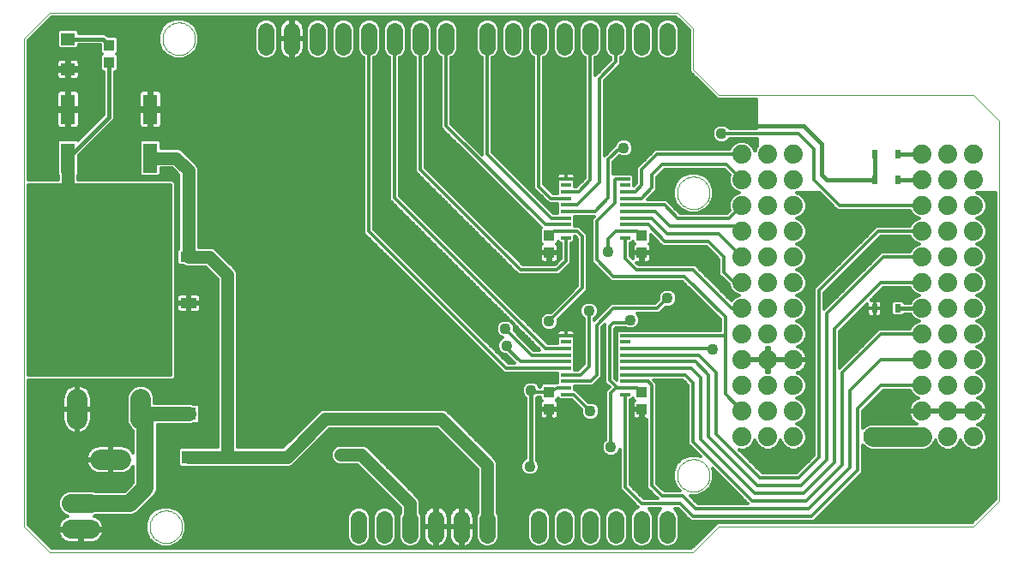
<source format=gtl>
G75*
G70*
%OFA0B0*%
%FSLAX24Y24*%
%IPPOS*%
%LPD*%
%AMOC8*
5,1,8,0,0,1.08239X$1,22.5*
%
%ADD10C,0.0000*%
%ADD11C,0.0640*%
%ADD12C,0.0740*%
%ADD13R,0.2441X0.2126*%
%ADD14R,0.0630X0.0394*%
%ADD15R,0.0551X0.1181*%
%ADD16R,0.0390X0.0120*%
%ADD17R,0.0394X0.0433*%
%ADD18C,0.0787*%
%ADD19R,0.0579X0.0500*%
%ADD20R,0.0551X0.0472*%
%ADD21C,0.0740*%
%ADD22R,0.0248X0.0327*%
%ADD23C,0.0120*%
%ADD24C,0.0436*%
%ADD25C,0.0760*%
%ADD26C,0.0160*%
%ADD27C,0.0500*%
%ADD28C,0.0760*%
%ADD29C,0.0660*%
%ADD30C,0.0560*%
D10*
X026740Y003883D02*
X027740Y002883D01*
X052740Y002883D01*
X053740Y003883D01*
X063640Y003883D01*
X064640Y004883D01*
X064640Y019683D01*
X063640Y020683D01*
X053740Y020683D01*
X052740Y021683D01*
X052740Y023283D01*
X052140Y023883D01*
X027740Y023883D01*
X026740Y022883D01*
X026740Y003883D01*
X031610Y003883D02*
X031612Y003933D01*
X031618Y003983D01*
X031628Y004032D01*
X031642Y004080D01*
X031659Y004127D01*
X031680Y004172D01*
X031705Y004216D01*
X031733Y004257D01*
X031765Y004296D01*
X031799Y004333D01*
X031836Y004367D01*
X031876Y004397D01*
X031918Y004424D01*
X031962Y004448D01*
X032008Y004469D01*
X032055Y004485D01*
X032103Y004498D01*
X032153Y004507D01*
X032202Y004512D01*
X032253Y004513D01*
X032303Y004510D01*
X032352Y004503D01*
X032401Y004492D01*
X032449Y004477D01*
X032495Y004459D01*
X032540Y004437D01*
X032583Y004411D01*
X032624Y004382D01*
X032663Y004350D01*
X032699Y004315D01*
X032731Y004277D01*
X032761Y004237D01*
X032788Y004194D01*
X032811Y004150D01*
X032830Y004104D01*
X032846Y004056D01*
X032858Y004007D01*
X032866Y003958D01*
X032870Y003908D01*
X032870Y003858D01*
X032866Y003808D01*
X032858Y003759D01*
X032846Y003710D01*
X032830Y003662D01*
X032811Y003616D01*
X032788Y003572D01*
X032761Y003529D01*
X032731Y003489D01*
X032699Y003451D01*
X032663Y003416D01*
X032624Y003384D01*
X032583Y003355D01*
X032540Y003329D01*
X032495Y003307D01*
X032449Y003289D01*
X032401Y003274D01*
X032352Y003263D01*
X032303Y003256D01*
X032253Y003253D01*
X032202Y003254D01*
X032153Y003259D01*
X032103Y003268D01*
X032055Y003281D01*
X032008Y003297D01*
X031962Y003318D01*
X031918Y003342D01*
X031876Y003369D01*
X031836Y003399D01*
X031799Y003433D01*
X031765Y003470D01*
X031733Y003509D01*
X031705Y003550D01*
X031680Y003594D01*
X031659Y003639D01*
X031642Y003686D01*
X031628Y003734D01*
X031618Y003783D01*
X031612Y003833D01*
X031610Y003883D01*
X052110Y005883D02*
X052112Y005933D01*
X052118Y005983D01*
X052128Y006032D01*
X052142Y006080D01*
X052159Y006127D01*
X052180Y006172D01*
X052205Y006216D01*
X052233Y006257D01*
X052265Y006296D01*
X052299Y006333D01*
X052336Y006367D01*
X052376Y006397D01*
X052418Y006424D01*
X052462Y006448D01*
X052508Y006469D01*
X052555Y006485D01*
X052603Y006498D01*
X052653Y006507D01*
X052702Y006512D01*
X052753Y006513D01*
X052803Y006510D01*
X052852Y006503D01*
X052901Y006492D01*
X052949Y006477D01*
X052995Y006459D01*
X053040Y006437D01*
X053083Y006411D01*
X053124Y006382D01*
X053163Y006350D01*
X053199Y006315D01*
X053231Y006277D01*
X053261Y006237D01*
X053288Y006194D01*
X053311Y006150D01*
X053330Y006104D01*
X053346Y006056D01*
X053358Y006007D01*
X053366Y005958D01*
X053370Y005908D01*
X053370Y005858D01*
X053366Y005808D01*
X053358Y005759D01*
X053346Y005710D01*
X053330Y005662D01*
X053311Y005616D01*
X053288Y005572D01*
X053261Y005529D01*
X053231Y005489D01*
X053199Y005451D01*
X053163Y005416D01*
X053124Y005384D01*
X053083Y005355D01*
X053040Y005329D01*
X052995Y005307D01*
X052949Y005289D01*
X052901Y005274D01*
X052852Y005263D01*
X052803Y005256D01*
X052753Y005253D01*
X052702Y005254D01*
X052653Y005259D01*
X052603Y005268D01*
X052555Y005281D01*
X052508Y005297D01*
X052462Y005318D01*
X052418Y005342D01*
X052376Y005369D01*
X052336Y005399D01*
X052299Y005433D01*
X052265Y005470D01*
X052233Y005509D01*
X052205Y005550D01*
X052180Y005594D01*
X052159Y005639D01*
X052142Y005686D01*
X052128Y005734D01*
X052118Y005783D01*
X052112Y005833D01*
X052110Y005883D01*
X052110Y016883D02*
X052112Y016933D01*
X052118Y016983D01*
X052128Y017032D01*
X052142Y017080D01*
X052159Y017127D01*
X052180Y017172D01*
X052205Y017216D01*
X052233Y017257D01*
X052265Y017296D01*
X052299Y017333D01*
X052336Y017367D01*
X052376Y017397D01*
X052418Y017424D01*
X052462Y017448D01*
X052508Y017469D01*
X052555Y017485D01*
X052603Y017498D01*
X052653Y017507D01*
X052702Y017512D01*
X052753Y017513D01*
X052803Y017510D01*
X052852Y017503D01*
X052901Y017492D01*
X052949Y017477D01*
X052995Y017459D01*
X053040Y017437D01*
X053083Y017411D01*
X053124Y017382D01*
X053163Y017350D01*
X053199Y017315D01*
X053231Y017277D01*
X053261Y017237D01*
X053288Y017194D01*
X053311Y017150D01*
X053330Y017104D01*
X053346Y017056D01*
X053358Y017007D01*
X053366Y016958D01*
X053370Y016908D01*
X053370Y016858D01*
X053366Y016808D01*
X053358Y016759D01*
X053346Y016710D01*
X053330Y016662D01*
X053311Y016616D01*
X053288Y016572D01*
X053261Y016529D01*
X053231Y016489D01*
X053199Y016451D01*
X053163Y016416D01*
X053124Y016384D01*
X053083Y016355D01*
X053040Y016329D01*
X052995Y016307D01*
X052949Y016289D01*
X052901Y016274D01*
X052852Y016263D01*
X052803Y016256D01*
X052753Y016253D01*
X052702Y016254D01*
X052653Y016259D01*
X052603Y016268D01*
X052555Y016281D01*
X052508Y016297D01*
X052462Y016318D01*
X052418Y016342D01*
X052376Y016369D01*
X052336Y016399D01*
X052299Y016433D01*
X052265Y016470D01*
X052233Y016509D01*
X052205Y016550D01*
X052180Y016594D01*
X052159Y016639D01*
X052142Y016686D01*
X052128Y016734D01*
X052118Y016783D01*
X052112Y016833D01*
X052110Y016883D01*
X032110Y022883D02*
X032112Y022933D01*
X032118Y022983D01*
X032128Y023032D01*
X032142Y023080D01*
X032159Y023127D01*
X032180Y023172D01*
X032205Y023216D01*
X032233Y023257D01*
X032265Y023296D01*
X032299Y023333D01*
X032336Y023367D01*
X032376Y023397D01*
X032418Y023424D01*
X032462Y023448D01*
X032508Y023469D01*
X032555Y023485D01*
X032603Y023498D01*
X032653Y023507D01*
X032702Y023512D01*
X032753Y023513D01*
X032803Y023510D01*
X032852Y023503D01*
X032901Y023492D01*
X032949Y023477D01*
X032995Y023459D01*
X033040Y023437D01*
X033083Y023411D01*
X033124Y023382D01*
X033163Y023350D01*
X033199Y023315D01*
X033231Y023277D01*
X033261Y023237D01*
X033288Y023194D01*
X033311Y023150D01*
X033330Y023104D01*
X033346Y023056D01*
X033358Y023007D01*
X033366Y022958D01*
X033370Y022908D01*
X033370Y022858D01*
X033366Y022808D01*
X033358Y022759D01*
X033346Y022710D01*
X033330Y022662D01*
X033311Y022616D01*
X033288Y022572D01*
X033261Y022529D01*
X033231Y022489D01*
X033199Y022451D01*
X033163Y022416D01*
X033124Y022384D01*
X033083Y022355D01*
X033040Y022329D01*
X032995Y022307D01*
X032949Y022289D01*
X032901Y022274D01*
X032852Y022263D01*
X032803Y022256D01*
X032753Y022253D01*
X032702Y022254D01*
X032653Y022259D01*
X032603Y022268D01*
X032555Y022281D01*
X032508Y022297D01*
X032462Y022318D01*
X032418Y022342D01*
X032376Y022369D01*
X032336Y022399D01*
X032299Y022433D01*
X032265Y022470D01*
X032233Y022509D01*
X032205Y022550D01*
X032180Y022594D01*
X032159Y022639D01*
X032142Y022686D01*
X032128Y022734D01*
X032118Y022783D01*
X032112Y022833D01*
X032110Y022883D01*
D11*
X036140Y023203D02*
X036140Y022563D01*
X037140Y022563D02*
X037140Y023203D01*
X038140Y023203D02*
X038140Y022563D01*
X039140Y022563D02*
X039140Y023203D01*
X040140Y023203D02*
X040140Y022563D01*
X041140Y022563D02*
X041140Y023203D01*
X042140Y023203D02*
X042140Y022563D01*
X043140Y022563D02*
X043140Y023203D01*
X044740Y023203D02*
X044740Y022563D01*
X045740Y022563D02*
X045740Y023203D01*
X046740Y023203D02*
X046740Y022563D01*
X047740Y022563D02*
X047740Y023203D01*
X048740Y023203D02*
X048740Y022563D01*
X049740Y022563D02*
X049740Y023203D01*
X050740Y023203D02*
X050740Y022563D01*
X051740Y022563D02*
X051740Y023203D01*
X051740Y004203D02*
X051740Y003563D01*
X050740Y003563D02*
X050740Y004203D01*
X049740Y004203D02*
X049740Y003563D01*
X048740Y003563D02*
X048740Y004203D01*
X047740Y004203D02*
X047740Y003563D01*
X046740Y003563D02*
X046740Y004203D01*
X044740Y004203D02*
X044740Y003563D01*
X043740Y003563D02*
X043740Y004203D01*
X042740Y004203D02*
X042740Y003563D01*
X041740Y003563D02*
X041740Y004203D01*
X040740Y004203D02*
X040740Y003563D01*
X039740Y003563D02*
X039740Y004203D01*
D12*
X054640Y007383D03*
X055640Y007383D03*
X056640Y007383D03*
X056640Y008383D03*
X055640Y008383D03*
X054640Y008383D03*
X054640Y009383D03*
X055640Y009383D03*
X056640Y009383D03*
X056640Y010383D03*
X055640Y010383D03*
X054640Y010383D03*
X054640Y011383D03*
X055640Y011383D03*
X056640Y011383D03*
X056640Y012383D03*
X055640Y012383D03*
X054640Y012383D03*
X054640Y013383D03*
X055640Y013383D03*
X056640Y013383D03*
X056640Y014383D03*
X055640Y014383D03*
X054640Y014383D03*
X054640Y015383D03*
X055640Y015383D03*
X056640Y015383D03*
X056640Y016383D03*
X055640Y016383D03*
X054640Y016383D03*
X054640Y017383D03*
X055640Y017383D03*
X056640Y017383D03*
X056640Y018383D03*
X055640Y018383D03*
X054640Y018383D03*
X061640Y018383D03*
X062640Y018383D03*
X063640Y018383D03*
X063640Y017383D03*
X062640Y017383D03*
X061640Y017383D03*
X061640Y016383D03*
X062640Y016383D03*
X063640Y016383D03*
X063640Y015383D03*
X062640Y015383D03*
X061640Y015383D03*
X061640Y014383D03*
X062640Y014383D03*
X063640Y014383D03*
X063640Y013383D03*
X062640Y013383D03*
X061640Y013383D03*
X061640Y012383D03*
X062640Y012383D03*
X063640Y012383D03*
X063640Y011383D03*
X062640Y011383D03*
X061640Y011383D03*
X061640Y010383D03*
X062640Y010383D03*
X063640Y010383D03*
X063640Y009383D03*
X062640Y009383D03*
X061640Y009383D03*
X061640Y008383D03*
X062640Y008383D03*
X063640Y008383D03*
X063640Y007383D03*
X062640Y007383D03*
X061640Y007383D03*
D13*
X030256Y013483D03*
D14*
X033130Y012586D03*
X033130Y014381D03*
D15*
X031640Y018238D03*
X028440Y018238D03*
X028440Y020128D03*
X031640Y020128D03*
D16*
X047791Y017435D03*
X047791Y017179D03*
X047791Y016923D03*
X047791Y016667D03*
X047791Y016411D03*
X047791Y016155D03*
X047791Y015899D03*
X047791Y015644D03*
X047791Y015388D03*
X047791Y015132D03*
X050089Y015132D03*
X050089Y015388D03*
X050089Y015644D03*
X050089Y015899D03*
X050089Y016155D03*
X050089Y016411D03*
X050089Y016667D03*
X050089Y016923D03*
X050089Y017179D03*
X050089Y017435D03*
X050089Y011335D03*
X050089Y011079D03*
X050089Y010823D03*
X050089Y010567D03*
X050089Y010311D03*
X050089Y010055D03*
X050089Y009799D03*
X050089Y009544D03*
X050089Y009288D03*
X050089Y009032D03*
X047791Y009032D03*
X047791Y009288D03*
X047791Y009544D03*
X047791Y009799D03*
X047791Y010055D03*
X047791Y010311D03*
X047791Y010567D03*
X047791Y010823D03*
X047791Y011079D03*
X047791Y011335D03*
D17*
X047140Y009118D03*
X047140Y008449D03*
X050740Y008449D03*
X050740Y009118D03*
X050740Y014549D03*
X050740Y015218D03*
X047140Y015218D03*
X047140Y014549D03*
X030040Y021949D03*
X030040Y022618D03*
D18*
X031273Y008861D02*
X031273Y008074D01*
X028793Y008074D02*
X028793Y008861D01*
X029698Y006499D02*
X030486Y006499D01*
D19*
X033140Y006587D03*
X033140Y008280D03*
D20*
X028440Y021693D03*
X028440Y022874D03*
D21*
X028570Y004783D02*
X029310Y004783D01*
X029310Y003783D02*
X028570Y003783D01*
D22*
X059787Y012383D03*
X060693Y012383D03*
X060693Y017383D03*
X059787Y017383D03*
X059787Y018383D03*
X060693Y018383D03*
D23*
X058440Y016383D02*
X057440Y017383D01*
X057440Y018583D01*
X056840Y019183D01*
X053840Y019183D01*
X053523Y019355D02*
X049290Y019355D01*
X049290Y019473D02*
X053624Y019473D01*
X053637Y019487D02*
X053536Y019386D01*
X053482Y019255D01*
X053482Y019112D01*
X053536Y018980D01*
X053637Y018880D01*
X053769Y018825D01*
X053911Y018825D01*
X054043Y018880D01*
X054144Y018980D01*
X054145Y018983D01*
X055210Y018983D01*
X055215Y018679D01*
X055208Y018672D01*
X055140Y018509D01*
X055072Y018672D01*
X054929Y018816D01*
X054741Y018893D01*
X054539Y018893D01*
X054351Y018816D01*
X054208Y018672D01*
X054171Y018583D01*
X051257Y018583D01*
X051140Y018466D01*
X050540Y017866D01*
X050540Y017266D01*
X050424Y017150D01*
X050424Y017297D01*
X050414Y017307D01*
X050424Y017317D01*
X050424Y017553D01*
X050342Y017635D01*
X049836Y017635D01*
X049834Y017633D01*
X049657Y017633D01*
X049640Y017616D01*
X049640Y018100D01*
X049860Y018320D01*
X049969Y018275D01*
X050111Y018275D01*
X050243Y018330D01*
X050344Y018430D01*
X050398Y018562D01*
X050398Y018705D01*
X050344Y018836D01*
X050243Y018937D01*
X050111Y018991D01*
X049969Y018991D01*
X049837Y018937D01*
X049736Y018836D01*
X049684Y018711D01*
X049357Y018383D01*
X049290Y018316D01*
X049290Y021250D01*
X049940Y021900D01*
X049940Y022148D01*
X050001Y022173D01*
X050130Y022303D01*
X050200Y022472D01*
X050200Y023295D01*
X050130Y023464D01*
X050001Y023593D01*
X049831Y023663D01*
X049648Y023663D01*
X049479Y023593D01*
X049350Y023464D01*
X049280Y023295D01*
X049280Y022472D01*
X049350Y022303D01*
X049479Y022173D01*
X049540Y022148D01*
X049540Y022066D01*
X049007Y021533D01*
X048940Y021466D01*
X048940Y022148D01*
X049001Y022173D01*
X049130Y022303D01*
X049200Y022472D01*
X049200Y023295D01*
X049130Y023464D01*
X049001Y023593D01*
X048831Y023663D01*
X048648Y023663D01*
X048479Y023593D01*
X048350Y023464D01*
X048280Y023295D01*
X048280Y022472D01*
X048350Y022303D01*
X048479Y022173D01*
X048540Y022148D01*
X048540Y017466D01*
X048197Y017123D01*
X048126Y017123D01*
X048126Y017297D01*
X048135Y017313D01*
X048146Y017354D01*
X048146Y017435D01*
X048146Y017516D01*
X048135Y017557D01*
X048114Y017593D01*
X048085Y017623D01*
X048048Y017644D01*
X048007Y017655D01*
X047791Y017655D01*
X047575Y017655D01*
X047535Y017644D01*
X047498Y017623D01*
X047468Y017593D01*
X047447Y017557D01*
X047436Y017516D01*
X047436Y017435D01*
X047791Y017435D01*
X047791Y017435D01*
X047436Y017435D01*
X047436Y017354D01*
X047447Y017313D01*
X047456Y017297D01*
X047456Y017061D01*
X047466Y017051D01*
X047456Y017041D01*
X047456Y016867D01*
X047289Y016867D01*
X046940Y017216D01*
X046940Y022148D01*
X047001Y022173D01*
X047130Y022303D01*
X047200Y022472D01*
X047200Y023295D01*
X047130Y023464D01*
X047001Y023593D01*
X046831Y023663D01*
X046648Y023663D01*
X046479Y023593D01*
X046350Y023464D01*
X046280Y023295D01*
X046280Y022472D01*
X046350Y022303D01*
X046479Y022173D01*
X046540Y022148D01*
X046540Y017050D01*
X047006Y016584D01*
X047123Y016467D01*
X047456Y016467D01*
X047456Y016293D01*
X047466Y016283D01*
X047456Y016273D01*
X047456Y016099D01*
X047307Y016099D01*
X044940Y018466D01*
X044940Y022148D01*
X045001Y022173D01*
X045130Y022303D01*
X045200Y022472D01*
X045200Y023295D01*
X045130Y023464D01*
X045001Y023593D01*
X044831Y023663D01*
X044648Y023663D01*
X044479Y023593D01*
X044350Y023464D01*
X044280Y023295D01*
X044280Y022472D01*
X044350Y022303D01*
X044479Y022173D01*
X044540Y022148D01*
X044540Y018366D01*
X043340Y019566D01*
X043340Y022148D01*
X043401Y022173D01*
X043530Y022303D01*
X043600Y022472D01*
X043600Y023295D01*
X043530Y023464D01*
X043401Y023593D01*
X043231Y023663D01*
X043048Y023663D01*
X042879Y023593D01*
X042750Y023464D01*
X042680Y023295D01*
X042680Y022472D01*
X042750Y022303D01*
X042879Y022173D01*
X042940Y022148D01*
X042940Y019400D01*
X046826Y015515D01*
X046803Y015493D01*
X046803Y014943D01*
X046850Y014896D01*
X046845Y014893D01*
X046815Y014863D01*
X046794Y014827D01*
X046783Y014786D01*
X046783Y014587D01*
X047102Y014587D01*
X047102Y014510D01*
X047178Y014510D01*
X047178Y014172D01*
X047358Y014172D01*
X047399Y014183D01*
X047435Y014204D01*
X047465Y014234D01*
X047486Y014270D01*
X047497Y014311D01*
X047497Y014510D01*
X047178Y014510D01*
X047178Y014587D01*
X047497Y014587D01*
X047497Y014786D01*
X047486Y014827D01*
X047465Y014863D01*
X047435Y014893D01*
X047430Y014896D01*
X047477Y014943D01*
X047477Y014993D01*
X047538Y014932D01*
X047590Y014932D01*
X047590Y014316D01*
X047357Y014083D01*
X046123Y014083D01*
X042340Y017866D01*
X042340Y022148D01*
X042401Y022173D01*
X042530Y022303D01*
X042600Y022472D01*
X042600Y023295D01*
X042530Y023464D01*
X042401Y023593D01*
X042231Y023663D01*
X042048Y023663D01*
X041879Y023593D01*
X041750Y023464D01*
X041680Y023295D01*
X041680Y022472D01*
X041750Y022303D01*
X041879Y022173D01*
X041940Y022148D01*
X041940Y017700D01*
X045840Y013800D01*
X045957Y013683D01*
X047523Y013683D01*
X047640Y013800D01*
X047990Y014150D01*
X047990Y014932D01*
X048044Y014932D01*
X048126Y015014D01*
X048126Y015183D01*
X048157Y015183D01*
X048240Y015100D01*
X048240Y013266D01*
X047214Y012240D01*
X047211Y012241D01*
X047069Y012241D01*
X046937Y012187D01*
X046836Y012086D01*
X046782Y011955D01*
X046782Y011812D01*
X046836Y011680D01*
X046937Y011580D01*
X047069Y011525D01*
X047211Y011525D01*
X047343Y011580D01*
X047444Y011680D01*
X047498Y011812D01*
X047498Y011955D01*
X047497Y011957D01*
X048523Y012983D01*
X048640Y013100D01*
X048640Y015266D01*
X048440Y015466D01*
X048323Y015583D01*
X048126Y015583D01*
X048126Y015762D01*
X048116Y015772D01*
X048126Y015781D01*
X048126Y015955D01*
X048879Y015955D01*
X048790Y015866D01*
X048790Y014200D01*
X049557Y013433D01*
X052307Y013433D01*
X053780Y011960D01*
X053780Y011533D01*
X050343Y011533D01*
X050342Y011535D01*
X049836Y011535D01*
X049754Y011453D01*
X049754Y011217D01*
X049764Y011207D01*
X049754Y011197D01*
X049754Y010961D01*
X049764Y010951D01*
X049754Y010941D01*
X049754Y010705D01*
X049764Y010695D01*
X049754Y010685D01*
X049754Y010449D01*
X049764Y010439D01*
X049754Y010429D01*
X049754Y010193D01*
X049764Y010183D01*
X049754Y010173D01*
X049754Y009937D01*
X049764Y009927D01*
X049754Y009917D01*
X049754Y009681D01*
X049764Y009672D01*
X049754Y009662D01*
X049754Y009602D01*
X049690Y009666D01*
X049690Y011600D01*
X049723Y011633D01*
X050084Y011633D01*
X050087Y011630D01*
X050219Y011575D01*
X050361Y011575D01*
X050493Y011630D01*
X050594Y011730D01*
X050648Y011862D01*
X050648Y012005D01*
X050594Y012136D01*
X050546Y012183D01*
X051423Y012183D01*
X051666Y012426D01*
X051669Y012425D01*
X051811Y012425D01*
X051943Y012480D01*
X052044Y012580D01*
X052098Y012712D01*
X052098Y012855D01*
X052044Y012986D01*
X051943Y013087D01*
X051811Y013141D01*
X051669Y013141D01*
X051537Y013087D01*
X051436Y012986D01*
X051382Y012855D01*
X051382Y012712D01*
X051383Y012709D01*
X051257Y012583D01*
X049557Y012583D01*
X049440Y012466D01*
X048890Y011916D01*
X048890Y011979D01*
X048893Y011980D01*
X048994Y012080D01*
X049048Y012212D01*
X049048Y012355D01*
X048994Y012486D01*
X048893Y012587D01*
X048761Y012641D01*
X048619Y012641D01*
X048487Y012587D01*
X048386Y012486D01*
X048332Y012355D01*
X048332Y012212D01*
X048386Y012080D01*
X048487Y011980D01*
X048490Y011979D01*
X048490Y010216D01*
X048273Y009999D01*
X048126Y009999D01*
X048126Y010173D01*
X048116Y010183D01*
X048126Y010193D01*
X048126Y010429D01*
X048116Y010439D01*
X048126Y010449D01*
X048126Y010685D01*
X048116Y010695D01*
X048126Y010705D01*
X048126Y010941D01*
X048116Y010951D01*
X048126Y010961D01*
X048126Y011197D01*
X048135Y011213D01*
X048146Y011254D01*
X048146Y011335D01*
X048146Y011416D01*
X048135Y011457D01*
X048114Y011493D01*
X048085Y011523D01*
X048048Y011544D01*
X048007Y011555D01*
X047791Y011555D01*
X047575Y011555D01*
X047535Y011544D01*
X047498Y011523D01*
X047468Y011493D01*
X047447Y011457D01*
X047436Y011416D01*
X047436Y011335D01*
X047791Y011335D01*
X047791Y011335D01*
X047436Y011335D01*
X047436Y011254D01*
X047447Y011213D01*
X047456Y011197D01*
X047456Y011023D01*
X047083Y011023D01*
X041340Y016766D01*
X041340Y022148D01*
X041401Y022173D01*
X041530Y022303D01*
X041600Y022472D01*
X041600Y023295D01*
X041530Y023464D01*
X041401Y023593D01*
X041231Y023663D01*
X041048Y023663D01*
X040879Y023593D01*
X040750Y023464D01*
X040680Y023295D01*
X040680Y022472D01*
X040750Y022303D01*
X040879Y022173D01*
X040940Y022148D01*
X040940Y016600D01*
X046773Y010767D01*
X046539Y010767D01*
X045797Y011509D01*
X045798Y011512D01*
X045798Y011655D01*
X045744Y011786D01*
X045643Y011887D01*
X045511Y011941D01*
X045369Y011941D01*
X045237Y011887D01*
X045136Y011786D01*
X045082Y011655D01*
X045082Y011512D01*
X045136Y011380D01*
X045237Y011280D01*
X045314Y011248D01*
X045287Y011237D01*
X045186Y011136D01*
X045132Y011005D01*
X045132Y010862D01*
X045186Y010730D01*
X045287Y010630D01*
X045419Y010575D01*
X045465Y010575D01*
X045785Y010255D01*
X045551Y010255D01*
X040340Y015466D01*
X040340Y022148D01*
X040401Y022173D01*
X040530Y022303D01*
X040600Y022472D01*
X040600Y023295D01*
X040530Y023464D01*
X040401Y023593D01*
X040231Y023663D01*
X040048Y023663D01*
X039879Y023593D01*
X039750Y023464D01*
X039680Y023295D01*
X039680Y022472D01*
X039750Y022303D01*
X039879Y022173D01*
X039940Y022148D01*
X039940Y015300D01*
X045385Y009855D01*
X047456Y009855D01*
X047456Y009681D01*
X047466Y009672D01*
X047456Y009662D01*
X047456Y009502D01*
X047453Y009503D01*
X047422Y009488D01*
X047387Y009488D01*
X047374Y009475D01*
X046885Y009475D01*
X046803Y009393D01*
X046803Y009318D01*
X046772Y009318D01*
X046744Y009386D01*
X046643Y009487D01*
X046511Y009541D01*
X046369Y009541D01*
X046237Y009487D01*
X046136Y009386D01*
X046082Y009255D01*
X046082Y009112D01*
X046136Y008980D01*
X046220Y008897D01*
X046220Y006551D01*
X046187Y006537D01*
X046086Y006436D01*
X046032Y006305D01*
X046032Y006162D01*
X046086Y006030D01*
X046187Y005930D01*
X046319Y005875D01*
X046461Y005875D01*
X046593Y005930D01*
X046694Y006030D01*
X046748Y006162D01*
X046748Y006305D01*
X046694Y006436D01*
X046660Y006470D01*
X046660Y008897D01*
X046681Y008918D01*
X046803Y008918D01*
X046803Y008843D01*
X046850Y008796D01*
X046845Y008793D01*
X046815Y008763D01*
X046794Y008727D01*
X046783Y008686D01*
X046783Y008487D01*
X047102Y008487D01*
X047102Y008410D01*
X047178Y008410D01*
X047178Y008072D01*
X047358Y008072D01*
X047399Y008083D01*
X047435Y008104D01*
X047465Y008134D01*
X047486Y008170D01*
X047497Y008211D01*
X047497Y008410D01*
X047178Y008410D01*
X047178Y008487D01*
X047497Y008487D01*
X047497Y008686D01*
X047486Y008727D01*
X047465Y008763D01*
X047435Y008793D01*
X047430Y008796D01*
X047477Y008843D01*
X047477Y008893D01*
X047538Y008832D01*
X048009Y008832D01*
X048383Y008457D01*
X048382Y008455D01*
X048382Y008312D01*
X048436Y008180D01*
X048537Y008080D01*
X048669Y008025D01*
X048811Y008025D01*
X048943Y008080D01*
X049044Y008180D01*
X049098Y008312D01*
X049098Y008455D01*
X049044Y008586D01*
X048943Y008687D01*
X048811Y008741D01*
X048669Y008741D01*
X048666Y008740D01*
X048174Y009232D01*
X048126Y009232D01*
X048126Y009344D01*
X048833Y009344D01*
X049073Y009583D01*
X049190Y009700D01*
X049190Y011650D01*
X049290Y011750D01*
X049290Y009500D01*
X049407Y009383D01*
X049482Y009308D01*
X049340Y009166D01*
X049340Y007288D01*
X049337Y007287D01*
X049236Y007186D01*
X049182Y007055D01*
X049182Y006912D01*
X049236Y006780D01*
X049337Y006680D01*
X049469Y006625D01*
X049611Y006625D01*
X049743Y006680D01*
X049844Y006780D01*
X049889Y006889D01*
X049889Y005352D01*
X050540Y004700D01*
X050598Y004642D01*
X050479Y004593D01*
X050350Y004464D01*
X050280Y004295D01*
X050280Y003472D01*
X050350Y003303D01*
X050479Y003173D01*
X050648Y003103D01*
X050831Y003103D01*
X051001Y003173D01*
X051130Y003303D01*
X051200Y003472D01*
X051200Y004295D01*
X051130Y004464D01*
X051011Y004583D01*
X051469Y004583D01*
X051350Y004464D01*
X051280Y004295D01*
X051280Y003472D01*
X051350Y003303D01*
X051479Y003173D01*
X051648Y003103D01*
X051831Y003103D01*
X052001Y003173D01*
X052130Y003303D01*
X052200Y003472D01*
X052200Y004295D01*
X052130Y004464D01*
X052011Y004583D01*
X052157Y004583D01*
X052540Y004200D01*
X052657Y004083D01*
X057423Y004083D01*
X059223Y005883D01*
X059340Y006000D01*
X059340Y007048D01*
X059445Y006942D01*
X059637Y006863D01*
X061743Y006863D01*
X061935Y006942D01*
X062081Y007089D01*
X062145Y007245D01*
X062208Y007094D01*
X062351Y006951D01*
X062539Y006873D01*
X062741Y006873D01*
X062929Y006951D01*
X063072Y007094D01*
X063140Y007258D01*
X063208Y007094D01*
X063351Y006951D01*
X063539Y006873D01*
X063741Y006873D01*
X063929Y006951D01*
X064072Y007094D01*
X064150Y007282D01*
X064150Y007485D01*
X064072Y007672D01*
X063929Y007816D01*
X063788Y007874D01*
X063843Y007892D01*
X063918Y007930D01*
X063985Y007979D01*
X064480Y007979D01*
X064480Y008097D02*
X064087Y008097D01*
X064093Y008106D02*
X064131Y008180D01*
X064157Y008259D01*
X064170Y008342D01*
X064170Y008343D01*
X063680Y008343D01*
X063680Y008423D01*
X064170Y008423D01*
X064170Y008425D01*
X064157Y008507D01*
X064131Y008587D01*
X064093Y008661D01*
X064044Y008729D01*
X063985Y008788D01*
X063918Y008837D01*
X063843Y008875D01*
X063788Y008893D01*
X063929Y008951D01*
X064072Y009094D01*
X064150Y009282D01*
X064150Y009485D01*
X064072Y009672D01*
X063929Y009816D01*
X063766Y009883D01*
X063929Y009951D01*
X064072Y010094D01*
X064150Y010282D01*
X064150Y010485D01*
X064072Y010672D01*
X063929Y010816D01*
X063766Y010883D01*
X063929Y010951D01*
X064072Y011094D01*
X064150Y011282D01*
X064150Y011485D01*
X064072Y011672D01*
X063929Y011816D01*
X063766Y011883D01*
X063929Y011951D01*
X064072Y012094D01*
X064150Y012282D01*
X064150Y012485D01*
X064072Y012672D01*
X063929Y012816D01*
X063766Y012883D01*
X063929Y012951D01*
X064072Y013094D01*
X064150Y013282D01*
X064150Y013485D01*
X064072Y013672D01*
X063929Y013816D01*
X063766Y013883D01*
X063929Y013951D01*
X064072Y014094D01*
X064150Y014282D01*
X064150Y014485D01*
X064072Y014672D01*
X063929Y014816D01*
X063766Y014883D01*
X063929Y014951D01*
X064072Y015094D01*
X064150Y015282D01*
X064150Y015485D01*
X064072Y015672D01*
X063929Y015816D01*
X063766Y015883D01*
X063929Y015951D01*
X064072Y016094D01*
X064150Y016282D01*
X064150Y016485D01*
X064072Y016672D01*
X063929Y016816D01*
X063766Y016883D01*
X063766Y016883D01*
X064480Y016883D01*
X064480Y004950D01*
X063574Y004043D01*
X053674Y004043D01*
X053580Y003950D01*
X052200Y003950D01*
X052200Y004068D02*
X063599Y004068D01*
X063717Y004187D02*
X057526Y004187D01*
X057645Y004305D02*
X063836Y004305D01*
X063954Y004424D02*
X057763Y004424D01*
X057882Y004542D02*
X064073Y004542D01*
X064191Y004661D02*
X058000Y004661D01*
X058119Y004779D02*
X064310Y004779D01*
X064428Y004898D02*
X058237Y004898D01*
X058356Y005016D02*
X064480Y005016D01*
X064480Y005135D02*
X058474Y005135D01*
X058593Y005253D02*
X064480Y005253D01*
X064480Y005372D02*
X058711Y005372D01*
X058830Y005490D02*
X064480Y005490D01*
X064480Y005609D02*
X058948Y005609D01*
X059067Y005727D02*
X064480Y005727D01*
X064480Y005846D02*
X059185Y005846D01*
X059304Y005964D02*
X064480Y005964D01*
X064480Y006083D02*
X059340Y006083D01*
X059340Y006201D02*
X064480Y006201D01*
X064480Y006320D02*
X059340Y006320D01*
X059340Y006438D02*
X064480Y006438D01*
X064480Y006557D02*
X059340Y006557D01*
X059340Y006675D02*
X064480Y006675D01*
X064480Y006794D02*
X059340Y006794D01*
X059340Y006912D02*
X059518Y006912D01*
X059357Y007031D02*
X059340Y007031D01*
X058540Y006283D02*
X058540Y009883D01*
X060040Y011383D01*
X061640Y011383D01*
X061171Y011583D02*
X061208Y011672D01*
X061351Y011816D01*
X061514Y011883D01*
X061351Y011951D01*
X061208Y012094D01*
X061179Y012163D01*
X060957Y012163D01*
X060957Y012162D01*
X060875Y012080D01*
X060511Y012080D01*
X060429Y012162D01*
X060429Y012605D01*
X060511Y012687D01*
X060875Y012687D01*
X060957Y012605D01*
X060957Y012603D01*
X061179Y012603D01*
X061208Y012672D01*
X061351Y012816D01*
X061514Y012883D01*
X061351Y012951D01*
X061208Y013094D01*
X061171Y013183D01*
X060123Y013183D01*
X059646Y012707D01*
X059785Y012707D01*
X059785Y012385D01*
X059785Y012381D01*
X059789Y012381D01*
X059789Y012060D01*
X059932Y012060D01*
X059973Y012071D01*
X060010Y012092D01*
X060039Y012122D01*
X060060Y012158D01*
X060071Y012199D01*
X060071Y012381D01*
X059789Y012381D01*
X059789Y012385D01*
X060071Y012385D01*
X060071Y012568D01*
X060060Y012608D01*
X060039Y012645D01*
X060010Y012675D01*
X059973Y012696D01*
X059932Y012707D01*
X059789Y012707D01*
X059789Y012385D01*
X059785Y012385D01*
X059503Y012385D01*
X059503Y012564D01*
X058440Y011500D01*
X058440Y010066D01*
X059840Y011466D01*
X059957Y011583D01*
X061171Y011583D01*
X061199Y011652D02*
X058592Y011652D01*
X058473Y011534D02*
X059908Y011534D01*
X059789Y011415D02*
X058440Y011415D01*
X058440Y011297D02*
X059671Y011297D01*
X059552Y011178D02*
X058440Y011178D01*
X058440Y011060D02*
X059434Y011060D01*
X059315Y010941D02*
X058440Y010941D01*
X058440Y010823D02*
X059197Y010823D01*
X059078Y010704D02*
X058440Y010704D01*
X058440Y010586D02*
X058960Y010586D01*
X058841Y010467D02*
X058440Y010467D01*
X058440Y010349D02*
X058723Y010349D01*
X058604Y010230D02*
X058440Y010230D01*
X058440Y010112D02*
X058486Y010112D01*
X058840Y009183D02*
X060040Y010383D01*
X061640Y010383D01*
X061640Y009383D02*
X060940Y009383D01*
X060840Y009383D01*
X060040Y009383D01*
X059140Y008483D01*
X059140Y006083D01*
X057340Y004283D01*
X052740Y004283D01*
X052240Y004783D01*
X050740Y004783D01*
X050089Y005435D01*
X050089Y009032D01*
X050089Y009288D02*
X049786Y009288D01*
X049490Y009583D01*
X049490Y011683D01*
X049640Y011833D01*
X050190Y011833D01*
X050290Y011933D01*
X050610Y011771D02*
X053780Y011771D01*
X053780Y011889D02*
X050648Y011889D01*
X050647Y012008D02*
X053733Y012008D01*
X053614Y012126D02*
X050598Y012126D01*
X050515Y011652D02*
X053780Y011652D01*
X053780Y011534D02*
X050343Y011534D01*
X050090Y011333D02*
X053980Y011333D01*
X053980Y009043D01*
X054640Y008383D01*
X053640Y007483D02*
X055340Y005783D01*
X056840Y005783D01*
X057640Y006583D01*
X057640Y013083D01*
X059940Y015383D01*
X061640Y015383D01*
X061171Y015183D02*
X061208Y015094D01*
X061351Y014951D01*
X061514Y014883D01*
X061351Y014816D01*
X061208Y014672D01*
X061171Y014583D01*
X060057Y014583D01*
X059940Y014466D01*
X057840Y012366D01*
X057840Y013000D01*
X060023Y015183D01*
X061171Y015183D01*
X061213Y015089D02*
X059928Y015089D01*
X059810Y014970D02*
X061332Y014970D01*
X061438Y014852D02*
X059691Y014852D01*
X059573Y014733D02*
X061269Y014733D01*
X061184Y014615D02*
X059454Y014615D01*
X059336Y014496D02*
X059970Y014496D01*
X059852Y014378D02*
X059217Y014378D01*
X059099Y014259D02*
X059733Y014259D01*
X059615Y014141D02*
X058980Y014141D01*
X058862Y014022D02*
X059496Y014022D01*
X059378Y013904D02*
X058743Y013904D01*
X058625Y013785D02*
X059259Y013785D01*
X059141Y013667D02*
X058506Y013667D01*
X058388Y013548D02*
X059022Y013548D01*
X058904Y013430D02*
X058269Y013430D01*
X058151Y013311D02*
X058785Y013311D01*
X058667Y013193D02*
X058032Y013193D01*
X057914Y013074D02*
X058548Y013074D01*
X058430Y012956D02*
X057840Y012956D01*
X057840Y012837D02*
X058311Y012837D01*
X058193Y012719D02*
X057840Y012719D01*
X057840Y012600D02*
X058074Y012600D01*
X057956Y012482D02*
X057840Y012482D01*
X057940Y012183D02*
X060140Y014383D01*
X061640Y014383D01*
X061640Y013383D02*
X060040Y013383D01*
X058240Y011583D01*
X058240Y006383D01*
X057040Y005183D01*
X055140Y005183D01*
X053040Y007283D01*
X053040Y009683D01*
X052668Y010055D01*
X050089Y010055D01*
X050089Y009799D02*
X052424Y009799D01*
X052740Y009483D01*
X052740Y007183D01*
X055040Y004883D01*
X057140Y004883D01*
X058540Y006283D01*
X058840Y006183D02*
X058840Y009183D01*
X059748Y008808D02*
X061323Y008808D01*
X061295Y008788D02*
X061362Y008837D01*
X061437Y008875D01*
X061492Y008893D01*
X061351Y008951D01*
X061208Y009094D01*
X061171Y009183D01*
X060923Y009183D01*
X060123Y009183D01*
X059340Y008400D01*
X059340Y007719D01*
X059445Y007824D01*
X059637Y007903D01*
X061415Y007903D01*
X061362Y007930D01*
X061295Y007979D01*
X059340Y007979D01*
X059340Y008097D02*
X061193Y008097D01*
X061187Y008106D02*
X061236Y008038D01*
X061295Y007979D01*
X061187Y008106D02*
X061149Y008180D01*
X061123Y008259D01*
X061110Y008342D01*
X061110Y008343D01*
X061600Y008343D01*
X061600Y008423D01*
X061110Y008423D01*
X061110Y008425D01*
X061123Y008507D01*
X061149Y008587D01*
X061187Y008661D01*
X061236Y008729D01*
X061295Y008788D01*
X061208Y008690D02*
X059629Y008690D01*
X059511Y008571D02*
X061144Y008571D01*
X061114Y008453D02*
X059392Y008453D01*
X059340Y008334D02*
X061111Y008334D01*
X061137Y008216D02*
X059340Y008216D01*
X059340Y007860D02*
X059533Y007860D01*
X059363Y007742D02*
X059340Y007742D01*
X057440Y007742D02*
X057003Y007742D01*
X057072Y007672D02*
X056929Y007816D01*
X056766Y007883D01*
X056929Y007951D01*
X057072Y008094D01*
X057150Y008282D01*
X057150Y008485D01*
X057072Y008672D01*
X056929Y008816D01*
X056766Y008883D01*
X056929Y008951D01*
X057072Y009094D01*
X057150Y009282D01*
X057150Y009485D01*
X057072Y009672D01*
X056929Y009816D01*
X056788Y009874D01*
X056843Y009892D01*
X056918Y009930D01*
X056985Y009979D01*
X057044Y010038D01*
X057093Y010106D01*
X057131Y010180D01*
X057157Y010259D01*
X057170Y010342D01*
X057170Y010343D01*
X056680Y010343D01*
X056680Y010423D01*
X057170Y010423D01*
X057170Y010425D01*
X057157Y010507D01*
X057131Y010587D01*
X057093Y010661D01*
X057044Y010729D01*
X056985Y010788D01*
X056918Y010837D01*
X056843Y010875D01*
X056788Y010893D01*
X056929Y010951D01*
X057072Y011094D01*
X057150Y011282D01*
X057150Y011485D01*
X057072Y011672D01*
X056929Y011816D01*
X056766Y011883D01*
X056929Y011951D01*
X057072Y012094D01*
X057150Y012282D01*
X057150Y012485D01*
X057072Y012672D01*
X056929Y012816D01*
X056766Y012883D01*
X056929Y012951D01*
X057072Y013094D01*
X057150Y013282D01*
X057150Y013485D01*
X057072Y013672D01*
X056929Y013816D01*
X056766Y013883D01*
X056929Y013951D01*
X057072Y014094D01*
X057150Y014282D01*
X057150Y014485D01*
X057072Y014672D01*
X056929Y014816D01*
X056766Y014883D01*
X056929Y014951D01*
X057072Y015094D01*
X057150Y015282D01*
X057150Y015485D01*
X057072Y015672D01*
X056929Y015816D01*
X056766Y015883D01*
X056929Y015951D01*
X057072Y016094D01*
X057150Y016282D01*
X057150Y016485D01*
X057072Y016672D01*
X056929Y016816D01*
X056766Y016883D01*
X057657Y016883D01*
X058240Y016300D01*
X058357Y016183D01*
X061171Y016183D01*
X061208Y016094D01*
X061351Y015951D01*
X061514Y015883D01*
X061351Y015816D01*
X061208Y015672D01*
X061171Y015583D01*
X059857Y015583D01*
X059740Y015466D01*
X057440Y013166D01*
X057440Y006666D01*
X056757Y005983D01*
X055423Y005983D01*
X054529Y006877D01*
X054539Y006873D01*
X054741Y006873D01*
X054929Y006951D01*
X055072Y007094D01*
X055140Y007258D01*
X055208Y007094D01*
X055351Y006951D01*
X055539Y006873D01*
X055741Y006873D01*
X055929Y006951D01*
X056072Y007094D01*
X056140Y007258D01*
X056208Y007094D01*
X056351Y006951D01*
X056539Y006873D01*
X056741Y006873D01*
X056929Y006951D01*
X057072Y007094D01*
X057150Y007282D01*
X057150Y007485D01*
X057072Y007672D01*
X057093Y007623D02*
X057440Y007623D01*
X057440Y007505D02*
X057142Y007505D01*
X057150Y007386D02*
X057440Y007386D01*
X057440Y007268D02*
X057144Y007268D01*
X057095Y007149D02*
X057440Y007149D01*
X057440Y007031D02*
X057009Y007031D01*
X056836Y006912D02*
X057440Y006912D01*
X057440Y006794D02*
X054612Y006794D01*
X054731Y006675D02*
X057440Y006675D01*
X057331Y006557D02*
X054849Y006557D01*
X054968Y006438D02*
X057212Y006438D01*
X057094Y006320D02*
X055086Y006320D01*
X055205Y006201D02*
X056975Y006201D01*
X056857Y006083D02*
X055323Y006083D01*
X055240Y005483D02*
X056940Y005483D01*
X057940Y006483D01*
X057940Y012183D01*
X057440Y012126D02*
X057086Y012126D01*
X057135Y012245D02*
X057440Y012245D01*
X057440Y012363D02*
X057150Y012363D01*
X057150Y012482D02*
X057440Y012482D01*
X057440Y012600D02*
X057102Y012600D01*
X057026Y012719D02*
X057440Y012719D01*
X057440Y012837D02*
X056877Y012837D01*
X056934Y012956D02*
X057440Y012956D01*
X057440Y013074D02*
X057052Y013074D01*
X057113Y013193D02*
X057467Y013193D01*
X057585Y013311D02*
X057150Y013311D01*
X057150Y013430D02*
X057704Y013430D01*
X057822Y013548D02*
X057124Y013548D01*
X057075Y013667D02*
X057941Y013667D01*
X058059Y013785D02*
X056959Y013785D01*
X056815Y013904D02*
X058178Y013904D01*
X058296Y014022D02*
X057000Y014022D01*
X057092Y014141D02*
X058415Y014141D01*
X058533Y014259D02*
X057141Y014259D01*
X057150Y014378D02*
X058652Y014378D01*
X058770Y014496D02*
X057145Y014496D01*
X057096Y014615D02*
X058889Y014615D01*
X059007Y014733D02*
X057011Y014733D01*
X056842Y014852D02*
X059126Y014852D01*
X059244Y014970D02*
X056948Y014970D01*
X057067Y015089D02*
X059363Y015089D01*
X059481Y015207D02*
X057119Y015207D01*
X057150Y015326D02*
X059600Y015326D01*
X059718Y015444D02*
X057150Y015444D01*
X057118Y015563D02*
X059837Y015563D01*
X061217Y015681D02*
X057063Y015681D01*
X056945Y015800D02*
X061335Y015800D01*
X061430Y015918D02*
X056850Y015918D01*
X057015Y016037D02*
X061265Y016037D01*
X061182Y016155D02*
X057098Y016155D01*
X057147Y016274D02*
X058267Y016274D01*
X058148Y016392D02*
X057150Y016392D01*
X057139Y016511D02*
X058030Y016511D01*
X057911Y016629D02*
X057090Y016629D01*
X056997Y016748D02*
X057793Y016748D01*
X057674Y016866D02*
X056807Y016866D01*
X058440Y016383D02*
X061640Y016383D01*
X063807Y016866D02*
X064480Y016866D01*
X064480Y016748D02*
X063997Y016748D01*
X064090Y016629D02*
X064480Y016629D01*
X064480Y016511D02*
X064139Y016511D01*
X064150Y016392D02*
X064480Y016392D01*
X064480Y016274D02*
X064147Y016274D01*
X064098Y016155D02*
X064480Y016155D01*
X064480Y016037D02*
X064015Y016037D01*
X063850Y015918D02*
X064480Y015918D01*
X064480Y015800D02*
X063945Y015800D01*
X064063Y015681D02*
X064480Y015681D01*
X064480Y015563D02*
X064118Y015563D01*
X064150Y015444D02*
X064480Y015444D01*
X064480Y015326D02*
X064150Y015326D01*
X064119Y015207D02*
X064480Y015207D01*
X064480Y015089D02*
X064067Y015089D01*
X063948Y014970D02*
X064480Y014970D01*
X064480Y014852D02*
X063842Y014852D01*
X064011Y014733D02*
X064480Y014733D01*
X064480Y014615D02*
X064096Y014615D01*
X064145Y014496D02*
X064480Y014496D01*
X064480Y014378D02*
X064150Y014378D01*
X064141Y014259D02*
X064480Y014259D01*
X064480Y014141D02*
X064092Y014141D01*
X064000Y014022D02*
X064480Y014022D01*
X064480Y013904D02*
X063815Y013904D01*
X063959Y013785D02*
X064480Y013785D01*
X064480Y013667D02*
X064075Y013667D01*
X064124Y013548D02*
X064480Y013548D01*
X064480Y013430D02*
X064150Y013430D01*
X064150Y013311D02*
X064480Y013311D01*
X064480Y013193D02*
X064113Y013193D01*
X064052Y013074D02*
X064480Y013074D01*
X064480Y012956D02*
X063934Y012956D01*
X063877Y012837D02*
X064480Y012837D01*
X064480Y012719D02*
X064026Y012719D01*
X064102Y012600D02*
X064480Y012600D01*
X064480Y012482D02*
X064150Y012482D01*
X064150Y012363D02*
X064480Y012363D01*
X064480Y012245D02*
X064135Y012245D01*
X064086Y012126D02*
X064480Y012126D01*
X064480Y012008D02*
X063986Y012008D01*
X063974Y011771D02*
X064480Y011771D01*
X064480Y011889D02*
X063780Y011889D01*
X064081Y011652D02*
X064480Y011652D01*
X064480Y011534D02*
X064130Y011534D01*
X064150Y011415D02*
X064480Y011415D01*
X064480Y011297D02*
X064150Y011297D01*
X064107Y011178D02*
X064480Y011178D01*
X064480Y011060D02*
X064038Y011060D01*
X063906Y010941D02*
X064480Y010941D01*
X064480Y010823D02*
X063912Y010823D01*
X064040Y010704D02*
X064480Y010704D01*
X064480Y010586D02*
X064108Y010586D01*
X064150Y010467D02*
X064480Y010467D01*
X064480Y010349D02*
X064150Y010349D01*
X064129Y010230D02*
X064480Y010230D01*
X064480Y010112D02*
X064080Y010112D01*
X063971Y009993D02*
X064480Y009993D01*
X064480Y009875D02*
X063786Y009875D01*
X063988Y009756D02*
X064480Y009756D01*
X064480Y009638D02*
X064087Y009638D01*
X064136Y009519D02*
X064480Y009519D01*
X064480Y009401D02*
X064150Y009401D01*
X064150Y009282D02*
X064480Y009282D01*
X064480Y009164D02*
X064101Y009164D01*
X064023Y009045D02*
X064480Y009045D01*
X064480Y008927D02*
X063871Y008927D01*
X063957Y008808D02*
X064480Y008808D01*
X064480Y008690D02*
X064072Y008690D01*
X064136Y008571D02*
X064480Y008571D01*
X064480Y008453D02*
X064166Y008453D01*
X064169Y008334D02*
X064480Y008334D01*
X064480Y008216D02*
X064143Y008216D01*
X064093Y008106D02*
X064044Y008038D01*
X063985Y007979D01*
X063821Y007860D02*
X064480Y007860D01*
X064480Y007742D02*
X064003Y007742D01*
X064093Y007623D02*
X064480Y007623D01*
X064480Y007505D02*
X064142Y007505D01*
X064150Y007386D02*
X064480Y007386D01*
X064480Y007268D02*
X064144Y007268D01*
X064095Y007149D02*
X064480Y007149D01*
X064480Y007031D02*
X064009Y007031D01*
X063836Y006912D02*
X064480Y006912D01*
X063444Y006912D02*
X062836Y006912D01*
X063009Y007031D02*
X063271Y007031D01*
X063185Y007149D02*
X063095Y007149D01*
X062444Y006912D02*
X061862Y006912D01*
X062023Y007031D02*
X062271Y007031D01*
X062185Y007149D02*
X062106Y007149D01*
X061680Y008343D02*
X061680Y008423D01*
X062110Y008423D01*
X062600Y008423D01*
X062600Y008343D01*
X061680Y008343D01*
X062680Y008343D02*
X062680Y008423D01*
X063600Y008423D01*
X063600Y008343D01*
X063170Y008343D01*
X062680Y008343D01*
X061409Y008927D02*
X059866Y008927D01*
X059985Y009045D02*
X061257Y009045D01*
X061179Y009164D02*
X060103Y009164D01*
X057440Y009164D02*
X057101Y009164D01*
X057150Y009282D02*
X057440Y009282D01*
X057440Y009401D02*
X057150Y009401D01*
X057136Y009519D02*
X057440Y009519D01*
X057440Y009638D02*
X057087Y009638D01*
X056988Y009756D02*
X057440Y009756D01*
X057440Y009875D02*
X056790Y009875D01*
X057000Y009993D02*
X057440Y009993D01*
X057440Y010112D02*
X057097Y010112D01*
X057148Y010230D02*
X057440Y010230D01*
X057440Y010349D02*
X056680Y010349D01*
X056600Y010349D02*
X055680Y010349D01*
X055680Y010343D02*
X055680Y010423D01*
X056600Y010423D01*
X056600Y010343D01*
X056170Y010343D01*
X055680Y010343D01*
X055680Y009893D01*
X055600Y009893D01*
X055600Y010343D01*
X055680Y010343D01*
X055600Y010343D02*
X054680Y010343D01*
X054680Y010423D01*
X055110Y010423D01*
X055600Y010423D01*
X055600Y010343D01*
X055600Y010349D02*
X054680Y010349D01*
X055600Y010423D02*
X055600Y010873D01*
X055680Y010873D01*
X055680Y010423D01*
X055600Y010423D01*
X055600Y010467D02*
X055680Y010467D01*
X055680Y010586D02*
X055600Y010586D01*
X055600Y010704D02*
X055680Y010704D01*
X055680Y010823D02*
X055600Y010823D01*
X055600Y010230D02*
X055680Y010230D01*
X055680Y010112D02*
X055600Y010112D01*
X055600Y009993D02*
X055680Y009993D01*
X057062Y010704D02*
X057440Y010704D01*
X057440Y010586D02*
X057131Y010586D01*
X057163Y010467D02*
X057440Y010467D01*
X057440Y010823D02*
X056937Y010823D01*
X056906Y010941D02*
X057440Y010941D01*
X057440Y011060D02*
X057038Y011060D01*
X057107Y011178D02*
X057440Y011178D01*
X057440Y011297D02*
X057150Y011297D01*
X057150Y011415D02*
X057440Y011415D01*
X057440Y011534D02*
X057130Y011534D01*
X057081Y011652D02*
X057440Y011652D01*
X057440Y011771D02*
X056974Y011771D01*
X056780Y011889D02*
X057440Y011889D01*
X057440Y012008D02*
X056986Y012008D01*
X058710Y011771D02*
X061306Y011771D01*
X061500Y011889D02*
X058829Y011889D01*
X058947Y012008D02*
X061294Y012008D01*
X061194Y012126D02*
X060921Y012126D01*
X060464Y012126D02*
X060042Y012126D01*
X060071Y012245D02*
X060429Y012245D01*
X060429Y012363D02*
X060071Y012363D01*
X060071Y012482D02*
X060429Y012482D01*
X060429Y012600D02*
X060063Y012600D01*
X059789Y012600D02*
X059785Y012600D01*
X059785Y012482D02*
X059789Y012482D01*
X059785Y012381D02*
X059503Y012381D01*
X059503Y012199D01*
X059514Y012158D01*
X059535Y012122D01*
X059565Y012092D01*
X059601Y012071D01*
X059642Y012060D01*
X059785Y012060D01*
X059785Y012381D01*
X059785Y012363D02*
X059789Y012363D01*
X059785Y012245D02*
X059789Y012245D01*
X059785Y012126D02*
X059789Y012126D01*
X059533Y012126D02*
X059066Y012126D01*
X059184Y012245D02*
X059503Y012245D01*
X059503Y012363D02*
X059303Y012363D01*
X059421Y012482D02*
X059503Y012482D01*
X059658Y012719D02*
X061254Y012719D01*
X061403Y012837D02*
X059777Y012837D01*
X059895Y012956D02*
X061346Y012956D01*
X061228Y013074D02*
X060014Y013074D01*
X054640Y013383D02*
X054340Y013383D01*
X053940Y013783D01*
X053940Y014383D01*
X053340Y014983D01*
X051640Y014983D01*
X050980Y015644D01*
X050089Y015644D01*
X050089Y015899D02*
X051124Y015899D01*
X051740Y015283D01*
X053740Y015283D01*
X054640Y014383D01*
X053740Y014300D02*
X053740Y013700D01*
X054130Y013310D01*
X054130Y013282D01*
X054208Y013094D01*
X054351Y012951D01*
X054514Y012883D01*
X054351Y012816D01*
X054221Y012685D01*
X052823Y014083D01*
X050623Y014083D01*
X050534Y014172D01*
X050702Y014172D01*
X050702Y014510D01*
X050778Y014510D01*
X050778Y014172D01*
X050958Y014172D01*
X050999Y014183D01*
X051035Y014204D01*
X051065Y014234D01*
X051086Y014270D01*
X051097Y014311D01*
X051097Y014510D01*
X050778Y014510D01*
X050778Y014587D01*
X051097Y014587D01*
X051097Y014786D01*
X051086Y014827D01*
X051065Y014863D01*
X051035Y014893D01*
X051030Y014896D01*
X051077Y014943D01*
X051077Y015264D01*
X051440Y014900D01*
X051557Y014783D01*
X053257Y014783D01*
X053740Y014300D01*
X053740Y014259D02*
X051080Y014259D01*
X051097Y014378D02*
X053663Y014378D01*
X053544Y014496D02*
X051097Y014496D01*
X051097Y014615D02*
X053426Y014615D01*
X053307Y014733D02*
X051097Y014733D01*
X051072Y014852D02*
X051489Y014852D01*
X051370Y014970D02*
X051077Y014970D01*
X051077Y015089D02*
X051252Y015089D01*
X051133Y015207D02*
X051077Y015207D01*
X050740Y015218D02*
X050570Y015388D01*
X050089Y015388D01*
X050084Y015383D01*
X049740Y015383D01*
X049440Y015083D01*
X049440Y014583D01*
X048990Y014283D02*
X049640Y013633D01*
X052390Y013633D01*
X053980Y012043D01*
X053980Y011333D01*
X053450Y010823D02*
X050089Y010823D01*
X050089Y010567D02*
X052956Y010567D01*
X053640Y009883D01*
X053640Y007483D01*
X053340Y007383D02*
X055240Y005483D01*
X054506Y005135D02*
X052997Y005135D01*
X052897Y005093D02*
X053187Y005214D01*
X053410Y005436D01*
X053530Y005726D01*
X053530Y006040D01*
X053480Y006160D01*
X054840Y004800D01*
X054857Y004783D01*
X052923Y004783D01*
X052613Y005093D01*
X052897Y005093D01*
X052808Y004898D02*
X054743Y004898D01*
X054624Y005016D02*
X052690Y005016D01*
X052340Y005083D02*
X052840Y004583D01*
X057240Y004583D01*
X058840Y006183D01*
X056444Y006912D02*
X055836Y006912D01*
X056009Y007031D02*
X056271Y007031D01*
X056185Y007149D02*
X056095Y007149D01*
X055444Y006912D02*
X054836Y006912D01*
X055009Y007031D02*
X055271Y007031D01*
X055185Y007149D02*
X055095Y007149D01*
X053340Y007383D02*
X053340Y009783D01*
X052812Y010311D01*
X050089Y010311D01*
X049754Y010349D02*
X049690Y010349D01*
X049690Y010467D02*
X049754Y010467D01*
X049754Y010586D02*
X049690Y010586D01*
X049690Y010704D02*
X049754Y010704D01*
X049754Y010823D02*
X049690Y010823D01*
X049690Y010941D02*
X049754Y010941D01*
X049754Y011060D02*
X049690Y011060D01*
X049690Y011178D02*
X049754Y011178D01*
X049754Y011297D02*
X049690Y011297D01*
X049690Y011415D02*
X049754Y011415D01*
X049690Y011534D02*
X049835Y011534D01*
X050089Y011335D02*
X050090Y011333D01*
X049290Y011297D02*
X049190Y011297D01*
X049190Y011415D02*
X049290Y011415D01*
X049290Y011534D02*
X049190Y011534D01*
X049192Y011652D02*
X049290Y011652D01*
X048990Y011733D02*
X049640Y012383D01*
X051340Y012383D01*
X051740Y012783D01*
X052056Y012956D02*
X052785Y012956D01*
X052903Y012837D02*
X052098Y012837D01*
X052098Y012719D02*
X053022Y012719D01*
X053140Y012600D02*
X052052Y012600D01*
X051945Y012482D02*
X053259Y012482D01*
X053377Y012363D02*
X051603Y012363D01*
X051484Y012245D02*
X053496Y012245D01*
X054240Y012383D02*
X054640Y012383D01*
X054240Y012383D02*
X052740Y013883D01*
X050540Y013883D01*
X050089Y014335D01*
X050089Y015132D01*
X050289Y014932D02*
X050289Y014417D01*
X050383Y014323D01*
X050383Y014510D01*
X050702Y014510D01*
X050702Y014587D01*
X050383Y014587D01*
X050383Y014786D01*
X050394Y014827D01*
X050415Y014863D01*
X050445Y014893D01*
X050450Y014896D01*
X050403Y014943D01*
X050403Y014993D01*
X050342Y014932D01*
X050289Y014932D01*
X050289Y014852D02*
X050408Y014852D01*
X050403Y014970D02*
X050380Y014970D01*
X050383Y014733D02*
X050289Y014733D01*
X050289Y014615D02*
X050383Y014615D01*
X050383Y014496D02*
X050289Y014496D01*
X050328Y014378D02*
X050383Y014378D01*
X050565Y014141D02*
X053740Y014141D01*
X053740Y014022D02*
X052884Y014022D01*
X053002Y013904D02*
X053740Y013904D01*
X053740Y013785D02*
X053121Y013785D01*
X053239Y013667D02*
X053774Y013667D01*
X053892Y013548D02*
X053358Y013548D01*
X053476Y013430D02*
X054011Y013430D01*
X054129Y013311D02*
X053595Y013311D01*
X053713Y013193D02*
X054167Y013193D01*
X054228Y013074D02*
X053832Y013074D01*
X053950Y012956D02*
X054346Y012956D01*
X054403Y012837D02*
X054069Y012837D01*
X054187Y012719D02*
X054254Y012719D01*
X052666Y013074D02*
X051955Y013074D01*
X051525Y013074D02*
X048614Y013074D01*
X048640Y013193D02*
X052548Y013193D01*
X052429Y013311D02*
X048640Y013311D01*
X048640Y013430D02*
X052311Y013430D01*
X051424Y012956D02*
X048495Y012956D01*
X048523Y012983D02*
X048523Y012983D01*
X048377Y012837D02*
X051382Y012837D01*
X051382Y012719D02*
X048258Y012719D01*
X048140Y012600D02*
X048520Y012600D01*
X048385Y012482D02*
X048021Y012482D01*
X047903Y012363D02*
X048336Y012363D01*
X048332Y012245D02*
X047784Y012245D01*
X047666Y012126D02*
X048367Y012126D01*
X048459Y012008D02*
X047547Y012008D01*
X047498Y011889D02*
X048490Y011889D01*
X048490Y011771D02*
X047481Y011771D01*
X047415Y011652D02*
X048490Y011652D01*
X048490Y011534D02*
X048066Y011534D01*
X048146Y011415D02*
X048490Y011415D01*
X048490Y011297D02*
X048146Y011297D01*
X048146Y011335D02*
X047791Y011335D01*
X047791Y011555D01*
X047791Y011335D01*
X047791Y011335D01*
X048146Y011335D01*
X048126Y011197D02*
X048126Y011197D01*
X048126Y011178D02*
X048490Y011178D01*
X048490Y011060D02*
X048126Y011060D01*
X048126Y010941D02*
X048490Y010941D01*
X048490Y010823D02*
X048126Y010823D01*
X048126Y010704D02*
X048490Y010704D01*
X048490Y010586D02*
X048126Y010586D01*
X048126Y010467D02*
X048490Y010467D01*
X048490Y010349D02*
X048126Y010349D01*
X048126Y010230D02*
X048490Y010230D01*
X048386Y010112D02*
X048126Y010112D01*
X047791Y010055D02*
X045468Y010055D01*
X040140Y015383D01*
X040140Y022883D01*
X040600Y022910D02*
X040680Y022910D01*
X040680Y023028D02*
X040600Y023028D01*
X040600Y023147D02*
X040680Y023147D01*
X040680Y023265D02*
X040600Y023265D01*
X040563Y023384D02*
X040717Y023384D01*
X040789Y023502D02*
X040491Y023502D01*
X040334Y023621D02*
X040946Y023621D01*
X041334Y023621D02*
X041946Y023621D01*
X041789Y023502D02*
X041491Y023502D01*
X041563Y023384D02*
X041717Y023384D01*
X041680Y023265D02*
X041600Y023265D01*
X041600Y023147D02*
X041680Y023147D01*
X041680Y023028D02*
X041600Y023028D01*
X041600Y022910D02*
X041680Y022910D01*
X041680Y022791D02*
X041600Y022791D01*
X041600Y022673D02*
X041680Y022673D01*
X041680Y022554D02*
X041600Y022554D01*
X041585Y022436D02*
X041695Y022436D01*
X041744Y022317D02*
X041536Y022317D01*
X041426Y022199D02*
X041854Y022199D01*
X041940Y022080D02*
X041340Y022080D01*
X041340Y021962D02*
X041940Y021962D01*
X041940Y021843D02*
X041340Y021843D01*
X041340Y021725D02*
X041940Y021725D01*
X041940Y021606D02*
X041340Y021606D01*
X041340Y021488D02*
X041940Y021488D01*
X041940Y021369D02*
X041340Y021369D01*
X041340Y021251D02*
X041940Y021251D01*
X041940Y021132D02*
X041340Y021132D01*
X041340Y021014D02*
X041940Y021014D01*
X041940Y020895D02*
X041340Y020895D01*
X041340Y020777D02*
X041940Y020777D01*
X041940Y020658D02*
X041340Y020658D01*
X041340Y020540D02*
X041940Y020540D01*
X041940Y020421D02*
X041340Y020421D01*
X041340Y020303D02*
X041940Y020303D01*
X041940Y020184D02*
X041340Y020184D01*
X041340Y020066D02*
X041940Y020066D01*
X041940Y019947D02*
X041340Y019947D01*
X041340Y019829D02*
X041940Y019829D01*
X041940Y019710D02*
X041340Y019710D01*
X041340Y019592D02*
X041940Y019592D01*
X041940Y019473D02*
X041340Y019473D01*
X041340Y019355D02*
X041940Y019355D01*
X041940Y019236D02*
X041340Y019236D01*
X041340Y019118D02*
X041940Y019118D01*
X041940Y018999D02*
X041340Y018999D01*
X041340Y018881D02*
X041940Y018881D01*
X041940Y018762D02*
X041340Y018762D01*
X041340Y018644D02*
X041940Y018644D01*
X041940Y018525D02*
X041340Y018525D01*
X041340Y018407D02*
X041940Y018407D01*
X041940Y018288D02*
X041340Y018288D01*
X041340Y018170D02*
X041940Y018170D01*
X041940Y018051D02*
X041340Y018051D01*
X041340Y017933D02*
X041940Y017933D01*
X041940Y017814D02*
X041340Y017814D01*
X041340Y017696D02*
X041945Y017696D01*
X042063Y017577D02*
X041340Y017577D01*
X041340Y017459D02*
X042182Y017459D01*
X042300Y017340D02*
X041340Y017340D01*
X041340Y017222D02*
X042419Y017222D01*
X042537Y017103D02*
X041340Y017103D01*
X041340Y016985D02*
X042656Y016985D01*
X042774Y016866D02*
X041340Y016866D01*
X041358Y016748D02*
X042893Y016748D01*
X043011Y016629D02*
X041477Y016629D01*
X041595Y016511D02*
X043130Y016511D01*
X043248Y016392D02*
X041714Y016392D01*
X041832Y016274D02*
X043367Y016274D01*
X043485Y016155D02*
X041951Y016155D01*
X042069Y016037D02*
X043604Y016037D01*
X043722Y015918D02*
X042188Y015918D01*
X042306Y015800D02*
X043841Y015800D01*
X043959Y015681D02*
X042425Y015681D01*
X042543Y015563D02*
X044078Y015563D01*
X044196Y015444D02*
X042662Y015444D01*
X042780Y015326D02*
X044315Y015326D01*
X044433Y015207D02*
X042899Y015207D01*
X043017Y015089D02*
X044552Y015089D01*
X044670Y014970D02*
X043136Y014970D01*
X043254Y014852D02*
X044789Y014852D01*
X044907Y014733D02*
X043373Y014733D01*
X043491Y014615D02*
X045026Y014615D01*
X045144Y014496D02*
X043610Y014496D01*
X043728Y014378D02*
X045263Y014378D01*
X045381Y014259D02*
X043847Y014259D01*
X043965Y014141D02*
X045500Y014141D01*
X045618Y014022D02*
X044084Y014022D01*
X044202Y013904D02*
X045737Y013904D01*
X045855Y013785D02*
X044321Y013785D01*
X044439Y013667D02*
X048240Y013667D01*
X048240Y013785D02*
X047625Y013785D01*
X047743Y013904D02*
X048240Y013904D01*
X048240Y014022D02*
X047862Y014022D01*
X047980Y014141D02*
X048240Y014141D01*
X048240Y014259D02*
X047990Y014259D01*
X047990Y014378D02*
X048240Y014378D01*
X048240Y014496D02*
X047990Y014496D01*
X047990Y014615D02*
X048240Y014615D01*
X048240Y014733D02*
X047990Y014733D01*
X047990Y014852D02*
X048240Y014852D01*
X048240Y014970D02*
X048083Y014970D01*
X048126Y015089D02*
X048240Y015089D01*
X048440Y015183D02*
X048240Y015383D01*
X047796Y015383D01*
X047791Y015388D01*
X047310Y015388D01*
X047140Y015218D01*
X046803Y015207D02*
X044999Y015207D01*
X045117Y015089D02*
X046803Y015089D01*
X046803Y014970D02*
X045236Y014970D01*
X045354Y014852D02*
X046808Y014852D01*
X046783Y014733D02*
X045473Y014733D01*
X045591Y014615D02*
X046783Y014615D01*
X046783Y014510D02*
X046783Y014311D01*
X046794Y014270D01*
X046815Y014234D01*
X046845Y014204D01*
X046881Y014183D01*
X046922Y014172D01*
X047102Y014172D01*
X047102Y014510D01*
X046783Y014510D01*
X046783Y014496D02*
X045710Y014496D01*
X045828Y014378D02*
X046783Y014378D01*
X046800Y014259D02*
X045947Y014259D01*
X046065Y014141D02*
X047415Y014141D01*
X047480Y014259D02*
X047533Y014259D01*
X047497Y014378D02*
X047590Y014378D01*
X047590Y014496D02*
X047497Y014496D01*
X047497Y014615D02*
X047590Y014615D01*
X047590Y014733D02*
X047497Y014733D01*
X047472Y014852D02*
X047590Y014852D01*
X047500Y014970D02*
X047477Y014970D01*
X047790Y015133D02*
X047790Y014233D01*
X047440Y013883D01*
X046040Y013883D01*
X042140Y017783D01*
X042140Y022883D01*
X042600Y022910D02*
X042680Y022910D01*
X042680Y023028D02*
X042600Y023028D01*
X042600Y023147D02*
X042680Y023147D01*
X042680Y023265D02*
X042600Y023265D01*
X042563Y023384D02*
X042717Y023384D01*
X042789Y023502D02*
X042491Y023502D01*
X042334Y023621D02*
X042946Y023621D01*
X043334Y023621D02*
X044546Y023621D01*
X044389Y023502D02*
X043491Y023502D01*
X043563Y023384D02*
X044317Y023384D01*
X044280Y023265D02*
X043600Y023265D01*
X043600Y023147D02*
X044280Y023147D01*
X044280Y023028D02*
X043600Y023028D01*
X043600Y022910D02*
X044280Y022910D01*
X044280Y022791D02*
X043600Y022791D01*
X043600Y022673D02*
X044280Y022673D01*
X044280Y022554D02*
X043600Y022554D01*
X043585Y022436D02*
X044295Y022436D01*
X044344Y022317D02*
X043536Y022317D01*
X043426Y022199D02*
X044454Y022199D01*
X044540Y022080D02*
X043340Y022080D01*
X043340Y021962D02*
X044540Y021962D01*
X044540Y021843D02*
X043340Y021843D01*
X043340Y021725D02*
X044540Y021725D01*
X044540Y021606D02*
X043340Y021606D01*
X043340Y021488D02*
X044540Y021488D01*
X044540Y021369D02*
X043340Y021369D01*
X043340Y021251D02*
X044540Y021251D01*
X044540Y021132D02*
X043340Y021132D01*
X043340Y021014D02*
X044540Y021014D01*
X044540Y020895D02*
X043340Y020895D01*
X043340Y020777D02*
X044540Y020777D01*
X044540Y020658D02*
X043340Y020658D01*
X043340Y020540D02*
X044540Y020540D01*
X044540Y020421D02*
X043340Y020421D01*
X043340Y020303D02*
X044540Y020303D01*
X044540Y020184D02*
X043340Y020184D01*
X043340Y020066D02*
X044540Y020066D01*
X044540Y019947D02*
X043340Y019947D01*
X043340Y019829D02*
X044540Y019829D01*
X044540Y019710D02*
X043340Y019710D01*
X043340Y019592D02*
X044540Y019592D01*
X044540Y019473D02*
X043433Y019473D01*
X043551Y019355D02*
X044540Y019355D01*
X044540Y019236D02*
X043670Y019236D01*
X043788Y019118D02*
X044540Y019118D01*
X044540Y018999D02*
X043907Y018999D01*
X044025Y018881D02*
X044540Y018881D01*
X044540Y018762D02*
X044144Y018762D01*
X044262Y018644D02*
X044540Y018644D01*
X044540Y018525D02*
X044381Y018525D01*
X044499Y018407D02*
X044540Y018407D01*
X044740Y018383D02*
X047224Y015899D01*
X047791Y015899D01*
X047791Y015644D02*
X046980Y015644D01*
X043140Y019483D01*
X043140Y022883D01*
X042680Y022791D02*
X042600Y022791D01*
X042600Y022673D02*
X042680Y022673D01*
X042680Y022554D02*
X042600Y022554D01*
X042585Y022436D02*
X042695Y022436D01*
X042744Y022317D02*
X042536Y022317D01*
X042426Y022199D02*
X042854Y022199D01*
X042940Y022080D02*
X042340Y022080D01*
X042340Y021962D02*
X042940Y021962D01*
X042940Y021843D02*
X042340Y021843D01*
X042340Y021725D02*
X042940Y021725D01*
X042940Y021606D02*
X042340Y021606D01*
X042340Y021488D02*
X042940Y021488D01*
X042940Y021369D02*
X042340Y021369D01*
X042340Y021251D02*
X042940Y021251D01*
X042940Y021132D02*
X042340Y021132D01*
X042340Y021014D02*
X042940Y021014D01*
X042940Y020895D02*
X042340Y020895D01*
X042340Y020777D02*
X042940Y020777D01*
X042940Y020658D02*
X042340Y020658D01*
X042340Y020540D02*
X042940Y020540D01*
X042940Y020421D02*
X042340Y020421D01*
X042340Y020303D02*
X042940Y020303D01*
X042940Y020184D02*
X042340Y020184D01*
X042340Y020066D02*
X042940Y020066D01*
X042940Y019947D02*
X042340Y019947D01*
X042340Y019829D02*
X042940Y019829D01*
X042940Y019710D02*
X042340Y019710D01*
X042340Y019592D02*
X042940Y019592D01*
X042940Y019473D02*
X042340Y019473D01*
X042340Y019355D02*
X042986Y019355D01*
X043104Y019236D02*
X042340Y019236D01*
X042340Y019118D02*
X043223Y019118D01*
X043341Y018999D02*
X042340Y018999D01*
X042340Y018881D02*
X043460Y018881D01*
X043578Y018762D02*
X042340Y018762D01*
X042340Y018644D02*
X043697Y018644D01*
X043815Y018525D02*
X042340Y018525D01*
X042340Y018407D02*
X043934Y018407D01*
X044052Y018288D02*
X042340Y018288D01*
X042340Y018170D02*
X044171Y018170D01*
X044289Y018051D02*
X042340Y018051D01*
X042340Y017933D02*
X044408Y017933D01*
X044526Y017814D02*
X042392Y017814D01*
X042510Y017696D02*
X044645Y017696D01*
X044763Y017577D02*
X042629Y017577D01*
X042747Y017459D02*
X044882Y017459D01*
X045000Y017340D02*
X042866Y017340D01*
X042984Y017222D02*
X045119Y017222D01*
X045237Y017103D02*
X043103Y017103D01*
X043221Y016985D02*
X045356Y016985D01*
X045474Y016866D02*
X043340Y016866D01*
X043458Y016748D02*
X045593Y016748D01*
X045711Y016629D02*
X043577Y016629D01*
X043695Y016511D02*
X045830Y016511D01*
X045948Y016392D02*
X043814Y016392D01*
X043932Y016274D02*
X046067Y016274D01*
X046185Y016155D02*
X044051Y016155D01*
X044169Y016037D02*
X046304Y016037D01*
X046422Y015918D02*
X044288Y015918D01*
X044406Y015800D02*
X046541Y015800D01*
X046659Y015681D02*
X044525Y015681D01*
X044643Y015563D02*
X046778Y015563D01*
X046803Y015444D02*
X044762Y015444D01*
X044880Y015326D02*
X046803Y015326D01*
X047251Y016155D02*
X047456Y016155D01*
X047457Y016274D02*
X047132Y016274D01*
X047014Y016392D02*
X047456Y016392D01*
X047791Y016411D02*
X048218Y016411D01*
X049090Y017283D01*
X049090Y021333D01*
X049740Y021983D01*
X049740Y022883D01*
X050200Y022910D02*
X050280Y022910D01*
X050280Y023028D02*
X050200Y023028D01*
X050200Y023147D02*
X050280Y023147D01*
X050280Y023265D02*
X050200Y023265D01*
X050280Y023295D02*
X050280Y022472D01*
X050350Y022303D01*
X050479Y022173D01*
X050648Y022103D01*
X050831Y022103D01*
X051001Y022173D01*
X051130Y022303D01*
X051200Y022472D01*
X051200Y023295D01*
X051130Y023464D01*
X051001Y023593D01*
X050831Y023663D01*
X050648Y023663D01*
X050479Y023593D01*
X050350Y023464D01*
X050280Y023295D01*
X050317Y023384D02*
X050163Y023384D01*
X050091Y023502D02*
X050389Y023502D01*
X050546Y023621D02*
X049934Y023621D01*
X049546Y023621D02*
X048934Y023621D01*
X049091Y023502D02*
X049389Y023502D01*
X049317Y023384D02*
X049163Y023384D01*
X049200Y023265D02*
X049280Y023265D01*
X049280Y023147D02*
X049200Y023147D01*
X049200Y023028D02*
X049280Y023028D01*
X049280Y022910D02*
X049200Y022910D01*
X049200Y022791D02*
X049280Y022791D01*
X049280Y022673D02*
X049200Y022673D01*
X049200Y022554D02*
X049280Y022554D01*
X049295Y022436D02*
X049185Y022436D01*
X049136Y022317D02*
X049344Y022317D01*
X049454Y022199D02*
X049026Y022199D01*
X048940Y022080D02*
X049540Y022080D01*
X049436Y021962D02*
X048940Y021962D01*
X048940Y021843D02*
X049317Y021843D01*
X049199Y021725D02*
X048940Y021725D01*
X048940Y021606D02*
X049080Y021606D01*
X048962Y021488D02*
X048940Y021488D01*
X048540Y021488D02*
X046940Y021488D01*
X046940Y021606D02*
X048540Y021606D01*
X048540Y021725D02*
X046940Y021725D01*
X046940Y021843D02*
X048540Y021843D01*
X048540Y021962D02*
X046940Y021962D01*
X046940Y022080D02*
X048540Y022080D01*
X048454Y022199D02*
X048026Y022199D01*
X048001Y022173D02*
X048130Y022303D01*
X048200Y022472D01*
X048200Y023295D01*
X048130Y023464D01*
X048001Y023593D01*
X047831Y023663D01*
X047648Y023663D01*
X047479Y023593D01*
X047350Y023464D01*
X047280Y023295D01*
X047280Y022472D01*
X047350Y022303D01*
X047479Y022173D01*
X047648Y022103D01*
X047831Y022103D01*
X048001Y022173D01*
X048136Y022317D02*
X048344Y022317D01*
X048295Y022436D02*
X048185Y022436D01*
X048200Y022554D02*
X048280Y022554D01*
X048280Y022673D02*
X048200Y022673D01*
X048200Y022791D02*
X048280Y022791D01*
X048280Y022910D02*
X048200Y022910D01*
X048200Y023028D02*
X048280Y023028D01*
X048280Y023147D02*
X048200Y023147D01*
X048200Y023265D02*
X048280Y023265D01*
X048317Y023384D02*
X048163Y023384D01*
X048091Y023502D02*
X048389Y023502D01*
X048546Y023621D02*
X047934Y023621D01*
X047546Y023621D02*
X046934Y023621D01*
X047091Y023502D02*
X047389Y023502D01*
X047317Y023384D02*
X047163Y023384D01*
X047200Y023265D02*
X047280Y023265D01*
X047280Y023147D02*
X047200Y023147D01*
X047200Y023028D02*
X047280Y023028D01*
X047280Y022910D02*
X047200Y022910D01*
X047200Y022791D02*
X047280Y022791D01*
X047280Y022673D02*
X047200Y022673D01*
X047200Y022554D02*
X047280Y022554D01*
X047295Y022436D02*
X047185Y022436D01*
X047136Y022317D02*
X047344Y022317D01*
X047454Y022199D02*
X047026Y022199D01*
X046540Y022080D02*
X044940Y022080D01*
X044940Y021962D02*
X046540Y021962D01*
X046540Y021843D02*
X044940Y021843D01*
X044940Y021725D02*
X046540Y021725D01*
X046540Y021606D02*
X044940Y021606D01*
X044940Y021488D02*
X046540Y021488D01*
X046540Y021369D02*
X044940Y021369D01*
X044940Y021251D02*
X046540Y021251D01*
X046540Y021132D02*
X044940Y021132D01*
X044940Y021014D02*
X046540Y021014D01*
X046540Y020895D02*
X044940Y020895D01*
X044940Y020777D02*
X046540Y020777D01*
X046540Y020658D02*
X044940Y020658D01*
X044940Y020540D02*
X046540Y020540D01*
X046540Y020421D02*
X044940Y020421D01*
X044940Y020303D02*
X046540Y020303D01*
X046540Y020184D02*
X044940Y020184D01*
X044940Y020066D02*
X046540Y020066D01*
X046540Y019947D02*
X044940Y019947D01*
X044940Y019829D02*
X046540Y019829D01*
X046540Y019710D02*
X044940Y019710D01*
X044940Y019592D02*
X046540Y019592D01*
X046540Y019473D02*
X044940Y019473D01*
X044940Y019355D02*
X046540Y019355D01*
X046540Y019236D02*
X044940Y019236D01*
X044940Y019118D02*
X046540Y019118D01*
X046540Y018999D02*
X044940Y018999D01*
X044940Y018881D02*
X046540Y018881D01*
X046540Y018762D02*
X044940Y018762D01*
X044940Y018644D02*
X046540Y018644D01*
X046540Y018525D02*
X044940Y018525D01*
X044999Y018407D02*
X046540Y018407D01*
X046540Y018288D02*
X045118Y018288D01*
X045236Y018170D02*
X046540Y018170D01*
X046540Y018051D02*
X045355Y018051D01*
X045473Y017933D02*
X046540Y017933D01*
X046540Y017814D02*
X045592Y017814D01*
X045710Y017696D02*
X046540Y017696D01*
X046540Y017577D02*
X045829Y017577D01*
X045947Y017459D02*
X046540Y017459D01*
X046540Y017340D02*
X046066Y017340D01*
X046184Y017222D02*
X046540Y017222D01*
X046540Y017103D02*
X046303Y017103D01*
X046421Y016985D02*
X046606Y016985D01*
X046540Y016866D02*
X046724Y016866D01*
X046658Y016748D02*
X046843Y016748D01*
X046777Y016629D02*
X046961Y016629D01*
X046895Y016511D02*
X047080Y016511D01*
X047206Y016667D02*
X047791Y016667D01*
X047791Y016923D02*
X048280Y016923D01*
X048740Y017383D01*
X048740Y022883D01*
X050026Y022199D02*
X050454Y022199D01*
X050344Y022317D02*
X050136Y022317D01*
X050185Y022436D02*
X050295Y022436D01*
X050280Y022554D02*
X050200Y022554D01*
X050200Y022673D02*
X050280Y022673D01*
X050280Y022791D02*
X050200Y022791D01*
X051200Y022791D02*
X051280Y022791D01*
X051280Y022673D02*
X051200Y022673D01*
X051200Y022554D02*
X051280Y022554D01*
X051280Y022472D02*
X051350Y022303D01*
X051479Y022173D01*
X051648Y022103D01*
X051831Y022103D01*
X052001Y022173D01*
X052130Y022303D01*
X052200Y022472D01*
X052200Y023295D01*
X052130Y023464D01*
X052001Y023593D01*
X051831Y023663D01*
X051648Y023663D01*
X051479Y023593D01*
X051350Y023464D01*
X051280Y023295D01*
X051280Y022472D01*
X051295Y022436D02*
X051185Y022436D01*
X051136Y022317D02*
X051344Y022317D01*
X051454Y022199D02*
X051026Y022199D01*
X052026Y022199D02*
X052580Y022199D01*
X052580Y022317D02*
X052136Y022317D01*
X052185Y022436D02*
X052580Y022436D01*
X052580Y022554D02*
X052200Y022554D01*
X052200Y022673D02*
X052580Y022673D01*
X052580Y022791D02*
X052200Y022791D01*
X052200Y022910D02*
X052580Y022910D01*
X052580Y023028D02*
X052200Y023028D01*
X052200Y023147D02*
X052580Y023147D01*
X052580Y023217D02*
X052580Y021617D01*
X052674Y021523D01*
X053580Y020617D01*
X053674Y020523D01*
X055189Y020523D01*
X055205Y019383D01*
X054145Y019383D01*
X054144Y019386D01*
X054043Y019487D01*
X053911Y019541D01*
X053769Y019541D01*
X053637Y019487D01*
X053482Y019236D02*
X049290Y019236D01*
X049290Y019118D02*
X053482Y019118D01*
X053529Y018999D02*
X049290Y018999D01*
X049290Y018881D02*
X049781Y018881D01*
X049706Y018762D02*
X049290Y018762D01*
X049290Y018644D02*
X049618Y018644D01*
X049499Y018525D02*
X049290Y018525D01*
X049290Y018407D02*
X049381Y018407D01*
X049357Y018383D02*
X049357Y018383D01*
X049440Y018183D02*
X049890Y018633D01*
X050040Y018633D01*
X050398Y018644D02*
X054196Y018644D01*
X054298Y018762D02*
X050374Y018762D01*
X050299Y018881D02*
X053636Y018881D01*
X054044Y018881D02*
X054508Y018881D01*
X054772Y018881D02*
X055212Y018881D01*
X055214Y018762D02*
X054982Y018762D01*
X055084Y018644D02*
X055196Y018644D01*
X055147Y018525D02*
X055133Y018525D01*
X054640Y018383D02*
X051340Y018383D01*
X050740Y017783D01*
X050740Y017183D01*
X050480Y016923D01*
X050089Y016923D01*
X050089Y016667D02*
X050724Y016667D01*
X051140Y017083D01*
X051140Y017583D01*
X051540Y017983D01*
X054040Y017983D01*
X054640Y017383D01*
X054167Y017574D02*
X054130Y017485D01*
X054130Y017282D01*
X054208Y017094D01*
X054351Y016951D01*
X054514Y016883D01*
X054351Y016816D01*
X054208Y016672D01*
X054130Y016485D01*
X054130Y016282D01*
X054167Y016193D01*
X054057Y016083D01*
X052223Y016083D01*
X051812Y016494D01*
X051695Y016611D01*
X050951Y016611D01*
X051223Y016883D01*
X051340Y017000D01*
X051340Y017500D01*
X051623Y017783D01*
X053957Y017783D01*
X054167Y017574D01*
X054163Y017577D02*
X053129Y017577D01*
X053187Y017553D02*
X052897Y017673D01*
X052583Y017673D01*
X052293Y017553D01*
X052070Y017331D01*
X051950Y017040D01*
X051950Y016726D01*
X052070Y016436D01*
X052293Y016214D01*
X052583Y016093D01*
X052897Y016093D01*
X053187Y016214D01*
X053410Y016436D01*
X053530Y016726D01*
X053530Y017040D01*
X053410Y017331D01*
X053187Y017553D01*
X053282Y017459D02*
X054130Y017459D01*
X054130Y017340D02*
X053400Y017340D01*
X053455Y017222D02*
X054155Y017222D01*
X054204Y017103D02*
X053504Y017103D01*
X053530Y016985D02*
X054317Y016985D01*
X054473Y016866D02*
X053530Y016866D01*
X053530Y016748D02*
X054283Y016748D01*
X054190Y016629D02*
X053490Y016629D01*
X053441Y016511D02*
X054141Y016511D01*
X054130Y016392D02*
X053366Y016392D01*
X053248Y016274D02*
X054133Y016274D01*
X054129Y016155D02*
X053047Y016155D01*
X052433Y016155D02*
X052151Y016155D01*
X052232Y016274D02*
X052032Y016274D01*
X052114Y016392D02*
X051914Y016392D01*
X051795Y016511D02*
X052039Y016511D01*
X051990Y016629D02*
X050969Y016629D01*
X051087Y016748D02*
X051950Y016748D01*
X051950Y016866D02*
X051206Y016866D01*
X051324Y016985D02*
X051950Y016985D01*
X051976Y017103D02*
X051340Y017103D01*
X051340Y017222D02*
X052025Y017222D01*
X052080Y017340D02*
X051340Y017340D01*
X051340Y017459D02*
X052198Y017459D01*
X052351Y017577D02*
X051417Y017577D01*
X051535Y017696D02*
X054045Y017696D01*
X051199Y018525D02*
X050383Y018525D01*
X050320Y018407D02*
X051081Y018407D01*
X050962Y018288D02*
X050143Y018288D01*
X049937Y018288D02*
X049828Y018288D01*
X049709Y018170D02*
X050844Y018170D01*
X050725Y018051D02*
X049640Y018051D01*
X049640Y017933D02*
X050607Y017933D01*
X050540Y017814D02*
X049640Y017814D01*
X049640Y017696D02*
X050540Y017696D01*
X050540Y017577D02*
X050399Y017577D01*
X050424Y017459D02*
X050540Y017459D01*
X050540Y017340D02*
X050424Y017340D01*
X050424Y017222D02*
X050496Y017222D01*
X050089Y017435D02*
X050087Y017433D01*
X049740Y017433D01*
X049690Y017383D01*
X049690Y016483D01*
X048990Y015783D01*
X048990Y014283D01*
X048850Y014141D02*
X048640Y014141D01*
X048640Y014259D02*
X048790Y014259D01*
X048790Y014378D02*
X048640Y014378D01*
X048640Y014496D02*
X048790Y014496D01*
X048790Y014615D02*
X048640Y014615D01*
X048640Y014733D02*
X048790Y014733D01*
X048790Y014852D02*
X048640Y014852D01*
X048640Y014970D02*
X048790Y014970D01*
X048790Y015089D02*
X048640Y015089D01*
X048640Y015207D02*
X048790Y015207D01*
X048790Y015326D02*
X048580Y015326D01*
X048462Y015444D02*
X048790Y015444D01*
X048790Y015563D02*
X048343Y015563D01*
X048126Y015681D02*
X048790Y015681D01*
X048790Y015800D02*
X048126Y015800D01*
X048126Y015918D02*
X048842Y015918D01*
X048918Y016155D02*
X047791Y016155D01*
X047206Y016667D02*
X046740Y017133D01*
X046740Y022883D01*
X046280Y022910D02*
X046200Y022910D01*
X046200Y023028D02*
X046280Y023028D01*
X046280Y023147D02*
X046200Y023147D01*
X046200Y023265D02*
X046280Y023265D01*
X046200Y023295D02*
X046130Y023464D01*
X046001Y023593D01*
X045831Y023663D01*
X045648Y023663D01*
X045479Y023593D01*
X045350Y023464D01*
X045280Y023295D01*
X045280Y022472D01*
X045350Y022303D01*
X045479Y022173D01*
X045648Y022103D01*
X045831Y022103D01*
X046001Y022173D01*
X046130Y022303D01*
X046200Y022472D01*
X046200Y023295D01*
X046163Y023384D02*
X046317Y023384D01*
X046389Y023502D02*
X046091Y023502D01*
X045934Y023621D02*
X046546Y023621D01*
X045546Y023621D02*
X044934Y023621D01*
X045091Y023502D02*
X045389Y023502D01*
X045317Y023384D02*
X045163Y023384D01*
X045200Y023265D02*
X045280Y023265D01*
X045280Y023147D02*
X045200Y023147D01*
X045200Y023028D02*
X045280Y023028D01*
X045280Y022910D02*
X045200Y022910D01*
X045200Y022791D02*
X045280Y022791D01*
X045280Y022673D02*
X045200Y022673D01*
X045200Y022554D02*
X045280Y022554D01*
X045295Y022436D02*
X045185Y022436D01*
X045136Y022317D02*
X045344Y022317D01*
X045454Y022199D02*
X045026Y022199D01*
X046026Y022199D02*
X046454Y022199D01*
X046344Y022317D02*
X046136Y022317D01*
X046185Y022436D02*
X046295Y022436D01*
X046280Y022554D02*
X046200Y022554D01*
X046200Y022673D02*
X046280Y022673D01*
X046280Y022791D02*
X046200Y022791D01*
X044740Y022883D02*
X044740Y018383D01*
X046940Y018407D02*
X048540Y018407D01*
X048540Y018525D02*
X046940Y018525D01*
X046940Y018644D02*
X048540Y018644D01*
X048540Y018762D02*
X046940Y018762D01*
X046940Y018881D02*
X048540Y018881D01*
X048540Y018999D02*
X046940Y018999D01*
X046940Y019118D02*
X048540Y019118D01*
X048540Y019236D02*
X046940Y019236D01*
X046940Y019355D02*
X048540Y019355D01*
X048540Y019473D02*
X046940Y019473D01*
X046940Y019592D02*
X048540Y019592D01*
X048540Y019710D02*
X046940Y019710D01*
X046940Y019829D02*
X048540Y019829D01*
X048540Y019947D02*
X046940Y019947D01*
X046940Y020066D02*
X048540Y020066D01*
X048540Y020184D02*
X046940Y020184D01*
X046940Y020303D02*
X048540Y020303D01*
X048540Y020421D02*
X046940Y020421D01*
X046940Y020540D02*
X048540Y020540D01*
X048540Y020658D02*
X046940Y020658D01*
X046940Y020777D02*
X048540Y020777D01*
X048540Y020895D02*
X046940Y020895D01*
X046940Y021014D02*
X048540Y021014D01*
X048540Y021132D02*
X046940Y021132D01*
X046940Y021251D02*
X048540Y021251D01*
X048540Y021369D02*
X046940Y021369D01*
X049290Y021251D02*
X052946Y021251D01*
X052828Y021369D02*
X049409Y021369D01*
X049527Y021488D02*
X052709Y021488D01*
X052674Y021523D02*
X052674Y021523D01*
X052591Y021606D02*
X049646Y021606D01*
X049764Y021725D02*
X052580Y021725D01*
X052580Y021843D02*
X049883Y021843D01*
X049940Y021962D02*
X052580Y021962D01*
X052580Y022080D02*
X049940Y022080D01*
X049290Y021132D02*
X053065Y021132D01*
X053183Y021014D02*
X049290Y021014D01*
X049290Y020895D02*
X053302Y020895D01*
X053420Y020777D02*
X049290Y020777D01*
X049290Y020658D02*
X053539Y020658D01*
X053580Y020617D02*
X053580Y020617D01*
X053657Y020540D02*
X049290Y020540D01*
X049290Y020421D02*
X055190Y020421D01*
X055192Y020303D02*
X049290Y020303D01*
X049290Y020184D02*
X055194Y020184D01*
X055195Y020066D02*
X049290Y020066D01*
X049290Y019947D02*
X055197Y019947D01*
X055199Y019829D02*
X049290Y019829D01*
X049290Y019710D02*
X055200Y019710D01*
X055202Y019592D02*
X049290Y019592D01*
X049440Y018183D02*
X049440Y016677D01*
X048918Y016155D01*
X050089Y016155D02*
X051268Y016155D01*
X051840Y015583D01*
X054440Y015583D01*
X054640Y015383D01*
X054140Y015883D02*
X054640Y016383D01*
X054140Y015883D02*
X052140Y015883D01*
X051612Y016411D01*
X050089Y016411D01*
X048296Y017222D02*
X048126Y017222D01*
X048126Y017297D02*
X048126Y017297D01*
X048143Y017340D02*
X048414Y017340D01*
X048533Y017459D02*
X048146Y017459D01*
X048146Y017435D02*
X047791Y017435D01*
X047791Y017655D01*
X047791Y017435D01*
X047791Y017435D01*
X047791Y017435D01*
X048146Y017435D01*
X048123Y017577D02*
X048540Y017577D01*
X048540Y017696D02*
X046940Y017696D01*
X046940Y017814D02*
X048540Y017814D01*
X048540Y017933D02*
X046940Y017933D01*
X046940Y018051D02*
X048540Y018051D01*
X048540Y018170D02*
X046940Y018170D01*
X046940Y018288D02*
X048540Y018288D01*
X047791Y017577D02*
X047791Y017577D01*
X047791Y017459D02*
X047791Y017459D01*
X047459Y017577D02*
X046940Y017577D01*
X046940Y017459D02*
X047436Y017459D01*
X047440Y017340D02*
X046940Y017340D01*
X046940Y017222D02*
X047456Y017222D01*
X047456Y017297D02*
X047456Y017297D01*
X047456Y017103D02*
X047053Y017103D01*
X047171Y016985D02*
X047456Y016985D01*
X047790Y015133D02*
X047791Y015132D01*
X048440Y015183D02*
X048440Y013183D01*
X047140Y011883D01*
X046782Y011889D02*
X046217Y011889D01*
X046335Y011771D02*
X046799Y011771D01*
X046865Y011652D02*
X046454Y011652D01*
X046572Y011534D02*
X047048Y011534D01*
X047232Y011534D02*
X047517Y011534D01*
X047436Y011415D02*
X046691Y011415D01*
X046809Y011297D02*
X047436Y011297D01*
X047456Y011197D02*
X047456Y011197D01*
X047456Y011178D02*
X046928Y011178D01*
X047046Y011060D02*
X047456Y011060D01*
X047791Y010823D02*
X047000Y010823D01*
X041140Y016683D01*
X041140Y022883D01*
X040680Y022791D02*
X040600Y022791D01*
X040600Y022673D02*
X040680Y022673D01*
X040680Y022554D02*
X040600Y022554D01*
X040585Y022436D02*
X040695Y022436D01*
X040744Y022317D02*
X040536Y022317D01*
X040426Y022199D02*
X040854Y022199D01*
X040940Y022080D02*
X040340Y022080D01*
X040340Y021962D02*
X040940Y021962D01*
X040940Y021843D02*
X040340Y021843D01*
X040340Y021725D02*
X040940Y021725D01*
X040940Y021606D02*
X040340Y021606D01*
X040340Y021488D02*
X040940Y021488D01*
X040940Y021369D02*
X040340Y021369D01*
X040340Y021251D02*
X040940Y021251D01*
X040940Y021132D02*
X040340Y021132D01*
X040340Y021014D02*
X040940Y021014D01*
X040940Y020895D02*
X040340Y020895D01*
X040340Y020777D02*
X040940Y020777D01*
X040940Y020658D02*
X040340Y020658D01*
X040340Y020540D02*
X040940Y020540D01*
X040940Y020421D02*
X040340Y020421D01*
X040340Y020303D02*
X040940Y020303D01*
X040940Y020184D02*
X040340Y020184D01*
X040340Y020066D02*
X040940Y020066D01*
X040940Y019947D02*
X040340Y019947D01*
X040340Y019829D02*
X040940Y019829D01*
X040940Y019710D02*
X040340Y019710D01*
X040340Y019592D02*
X040940Y019592D01*
X040940Y019473D02*
X040340Y019473D01*
X040340Y019355D02*
X040940Y019355D01*
X040940Y019236D02*
X040340Y019236D01*
X040340Y019118D02*
X040940Y019118D01*
X040940Y018999D02*
X040340Y018999D01*
X040340Y018881D02*
X040940Y018881D01*
X040940Y018762D02*
X040340Y018762D01*
X040340Y018644D02*
X040940Y018644D01*
X040940Y018525D02*
X040340Y018525D01*
X040340Y018407D02*
X040940Y018407D01*
X040940Y018288D02*
X040340Y018288D01*
X040340Y018170D02*
X040940Y018170D01*
X040940Y018051D02*
X040340Y018051D01*
X040340Y017933D02*
X040940Y017933D01*
X040940Y017814D02*
X040340Y017814D01*
X040340Y017696D02*
X040940Y017696D01*
X040940Y017577D02*
X040340Y017577D01*
X040340Y017459D02*
X040940Y017459D01*
X040940Y017340D02*
X040340Y017340D01*
X040340Y017222D02*
X040940Y017222D01*
X040940Y017103D02*
X040340Y017103D01*
X040340Y016985D02*
X040940Y016985D01*
X040940Y016866D02*
X040340Y016866D01*
X040340Y016748D02*
X040940Y016748D01*
X040940Y016629D02*
X040340Y016629D01*
X040340Y016511D02*
X041030Y016511D01*
X041148Y016392D02*
X040340Y016392D01*
X040340Y016274D02*
X041267Y016274D01*
X041385Y016155D02*
X040340Y016155D01*
X040340Y016037D02*
X041504Y016037D01*
X041622Y015918D02*
X040340Y015918D01*
X040340Y015800D02*
X041741Y015800D01*
X041859Y015681D02*
X040340Y015681D01*
X040340Y015563D02*
X041978Y015563D01*
X042096Y015444D02*
X040362Y015444D01*
X040480Y015326D02*
X042215Y015326D01*
X042333Y015207D02*
X040599Y015207D01*
X040717Y015089D02*
X042452Y015089D01*
X042570Y014970D02*
X040836Y014970D01*
X040954Y014852D02*
X042689Y014852D01*
X042807Y014733D02*
X041073Y014733D01*
X041191Y014615D02*
X042926Y014615D01*
X043044Y014496D02*
X041310Y014496D01*
X041428Y014378D02*
X043163Y014378D01*
X043281Y014259D02*
X041547Y014259D01*
X041665Y014141D02*
X043400Y014141D01*
X043518Y014022D02*
X041784Y014022D01*
X041902Y013904D02*
X043637Y013904D01*
X043755Y013785D02*
X042021Y013785D01*
X042139Y013667D02*
X043874Y013667D01*
X043992Y013548D02*
X042258Y013548D01*
X042376Y013430D02*
X044111Y013430D01*
X044229Y013311D02*
X042495Y013311D01*
X042613Y013193D02*
X044348Y013193D01*
X044466Y013074D02*
X042732Y013074D01*
X042850Y012956D02*
X044585Y012956D01*
X044703Y012837D02*
X042969Y012837D01*
X043087Y012719D02*
X044822Y012719D01*
X044940Y012600D02*
X043206Y012600D01*
X043324Y012482D02*
X045059Y012482D01*
X045177Y012363D02*
X043443Y012363D01*
X043561Y012245D02*
X045296Y012245D01*
X045414Y012126D02*
X043680Y012126D01*
X043798Y012008D02*
X045533Y012008D01*
X045637Y011889D02*
X045651Y011889D01*
X045750Y011771D02*
X045770Y011771D01*
X045798Y011652D02*
X045888Y011652D01*
X045798Y011534D02*
X046007Y011534D01*
X045891Y011415D02*
X046125Y011415D01*
X046009Y011297D02*
X046244Y011297D01*
X046128Y011178D02*
X046362Y011178D01*
X046246Y011060D02*
X046481Y011060D01*
X046365Y010941D02*
X046599Y010941D01*
X046483Y010823D02*
X046718Y010823D01*
X046456Y010567D02*
X045440Y011583D01*
X045122Y011415D02*
X044391Y011415D01*
X044509Y011297D02*
X045220Y011297D01*
X045229Y011178D02*
X044628Y011178D01*
X044746Y011060D02*
X045155Y011060D01*
X045132Y010941D02*
X044865Y010941D01*
X044983Y010823D02*
X045148Y010823D01*
X045102Y010704D02*
X045213Y010704D01*
X045220Y010586D02*
X045393Y010586D01*
X045339Y010467D02*
X045573Y010467D01*
X045457Y010349D02*
X045692Y010349D01*
X046012Y010311D02*
X045490Y010833D01*
X045490Y010933D01*
X044655Y010586D02*
X035030Y010586D01*
X035030Y010704D02*
X044536Y010704D01*
X044418Y010823D02*
X035030Y010823D01*
X035030Y010941D02*
X044299Y010941D01*
X044181Y011060D02*
X035030Y011060D01*
X035030Y011178D02*
X044062Y011178D01*
X043944Y011297D02*
X035030Y011297D01*
X035030Y011415D02*
X043825Y011415D01*
X043707Y011534D02*
X035030Y011534D01*
X035030Y011652D02*
X043588Y011652D01*
X043470Y011771D02*
X035030Y011771D01*
X035030Y011889D02*
X043351Y011889D01*
X043233Y012008D02*
X035030Y012008D01*
X035030Y012126D02*
X043114Y012126D01*
X042996Y012245D02*
X035030Y012245D01*
X035030Y012363D02*
X042877Y012363D01*
X042759Y012482D02*
X035030Y012482D01*
X035030Y012600D02*
X042640Y012600D01*
X042522Y012719D02*
X035030Y012719D01*
X035030Y012837D02*
X042403Y012837D01*
X042285Y012956D02*
X035030Y012956D01*
X035030Y013074D02*
X042166Y013074D01*
X042048Y013193D02*
X035030Y013193D01*
X035030Y013311D02*
X041929Y013311D01*
X041811Y013430D02*
X035030Y013430D01*
X035030Y013548D02*
X041692Y013548D01*
X041574Y013667D02*
X035030Y013667D01*
X035030Y013761D02*
X034971Y013904D01*
X041337Y013904D01*
X041455Y013785D02*
X035020Y013785D01*
X035030Y013761D02*
X035030Y006977D01*
X036782Y006977D01*
X038109Y008304D01*
X038219Y008414D01*
X038362Y008473D01*
X043018Y008473D01*
X043161Y008414D01*
X044961Y006614D01*
X045071Y006504D01*
X045130Y006361D01*
X045130Y004464D01*
X045200Y004295D01*
X045200Y003472D01*
X045130Y003303D01*
X045001Y003173D01*
X044831Y003103D01*
X044648Y003103D01*
X044479Y003173D01*
X044350Y003303D01*
X044280Y003472D01*
X044280Y004295D01*
X044350Y004464D01*
X044350Y006122D01*
X042778Y007693D01*
X038602Y007693D01*
X037164Y006256D01*
X037021Y006197D01*
X032793Y006197D01*
X032711Y006279D01*
X032711Y006895D01*
X032793Y006977D01*
X034250Y006977D01*
X034250Y013522D01*
X033781Y013991D01*
X033052Y013991D01*
X032924Y014044D01*
X032757Y014044D01*
X032675Y014126D01*
X032675Y014636D01*
X032740Y014701D01*
X032740Y017582D01*
X032478Y017843D01*
X032056Y017843D01*
X032056Y017590D01*
X031974Y017508D01*
X031306Y017508D01*
X031224Y017590D01*
X031224Y018887D01*
X031306Y018969D01*
X031974Y018969D01*
X032056Y018887D01*
X032056Y018623D01*
X032718Y018623D01*
X032861Y018564D01*
X032971Y018454D01*
X033460Y017964D01*
X033520Y017821D01*
X033520Y014771D01*
X034020Y014771D01*
X034163Y014712D01*
X034273Y014602D01*
X034273Y014602D01*
X034861Y014014D01*
X034861Y014014D01*
X034971Y013904D01*
X034853Y014022D02*
X041218Y014022D01*
X041100Y014141D02*
X034734Y014141D01*
X034616Y014259D02*
X040981Y014259D01*
X040863Y014378D02*
X034497Y014378D01*
X034379Y014496D02*
X040744Y014496D01*
X040626Y014615D02*
X034260Y014615D01*
X034111Y014733D02*
X040507Y014733D01*
X040389Y014852D02*
X033520Y014852D01*
X033520Y014970D02*
X040270Y014970D01*
X040152Y015089D02*
X033520Y015089D01*
X033520Y015207D02*
X040033Y015207D01*
X039940Y015326D02*
X033520Y015326D01*
X033520Y015444D02*
X039940Y015444D01*
X039940Y015563D02*
X033520Y015563D01*
X033520Y015681D02*
X039940Y015681D01*
X039940Y015800D02*
X033520Y015800D01*
X033520Y015918D02*
X039940Y015918D01*
X039940Y016037D02*
X033520Y016037D01*
X033520Y016155D02*
X039940Y016155D01*
X039940Y016274D02*
X033520Y016274D01*
X033520Y016392D02*
X039940Y016392D01*
X039940Y016511D02*
X033520Y016511D01*
X033520Y016629D02*
X039940Y016629D01*
X039940Y016748D02*
X033520Y016748D01*
X033520Y016866D02*
X039940Y016866D01*
X039940Y016985D02*
X033520Y016985D01*
X033520Y017103D02*
X039940Y017103D01*
X039940Y017222D02*
X033520Y017222D01*
X033520Y017340D02*
X039940Y017340D01*
X039940Y017459D02*
X033520Y017459D01*
X033520Y017577D02*
X039940Y017577D01*
X039940Y017696D02*
X033520Y017696D01*
X033520Y017814D02*
X039940Y017814D01*
X039940Y017933D02*
X033473Y017933D01*
X033374Y018051D02*
X039940Y018051D01*
X039940Y018170D02*
X033255Y018170D01*
X033137Y018288D02*
X039940Y018288D01*
X039940Y018407D02*
X033018Y018407D01*
X032900Y018525D02*
X039940Y018525D01*
X039940Y018644D02*
X032056Y018644D01*
X032056Y018762D02*
X039940Y018762D01*
X039940Y018881D02*
X032056Y018881D01*
X031224Y018881D02*
X029394Y018881D01*
X029512Y018999D02*
X039940Y018999D01*
X039940Y019118D02*
X029631Y019118D01*
X029749Y019236D02*
X039940Y019236D01*
X039940Y019355D02*
X029868Y019355D01*
X029986Y019473D02*
X031217Y019473D01*
X031215Y019476D02*
X031236Y019439D01*
X031266Y019410D01*
X031303Y019389D01*
X031343Y019378D01*
X031580Y019378D01*
X031580Y020068D01*
X031700Y020068D01*
X031700Y019378D01*
X031937Y019378D01*
X031977Y019389D01*
X032014Y019410D01*
X032044Y019439D01*
X032065Y019476D01*
X032076Y019517D01*
X032076Y020068D01*
X031700Y020068D01*
X031700Y020188D01*
X032076Y020188D01*
X032076Y020740D01*
X032065Y020781D01*
X032044Y020817D01*
X032014Y020847D01*
X031977Y020868D01*
X031937Y020879D01*
X031700Y020879D01*
X031700Y020188D01*
X031580Y020188D01*
X031580Y020068D01*
X031204Y020068D01*
X031204Y019517D01*
X031215Y019476D01*
X031204Y019592D02*
X030105Y019592D01*
X030223Y019710D02*
X031204Y019710D01*
X031204Y019829D02*
X030260Y019829D01*
X030260Y019747D02*
X030260Y021592D01*
X030295Y021592D01*
X030377Y021674D01*
X030377Y022223D01*
X030317Y022283D01*
X030377Y022343D01*
X030377Y022893D01*
X030295Y022975D01*
X029995Y022975D01*
X029875Y023094D01*
X028856Y023094D01*
X028856Y023168D01*
X028774Y023250D01*
X028106Y023250D01*
X028024Y023168D01*
X028024Y022580D01*
X028106Y022498D01*
X028774Y022498D01*
X028856Y022580D01*
X028856Y022654D01*
X029693Y022654D01*
X029703Y022644D01*
X029703Y022343D01*
X029763Y022283D01*
X029703Y022223D01*
X029703Y021674D01*
X029785Y021592D01*
X029820Y021592D01*
X029820Y019930D01*
X028817Y018926D01*
X028774Y018969D01*
X028106Y018969D01*
X028024Y018887D01*
X028024Y017590D01*
X028050Y017564D01*
X028050Y017383D01*
X026900Y017383D01*
X026900Y022817D01*
X027806Y023723D01*
X052074Y023723D01*
X052580Y023217D01*
X052532Y023265D02*
X052200Y023265D01*
X052163Y023384D02*
X052413Y023384D01*
X052295Y023502D02*
X052091Y023502D01*
X052176Y023621D02*
X051934Y023621D01*
X051546Y023621D02*
X050934Y023621D01*
X051091Y023502D02*
X051389Y023502D01*
X051317Y023384D02*
X051163Y023384D01*
X051200Y023265D02*
X051280Y023265D01*
X051280Y023147D02*
X051200Y023147D01*
X051200Y023028D02*
X051280Y023028D01*
X051280Y022910D02*
X051200Y022910D01*
X054056Y019473D02*
X055204Y019473D01*
X050778Y014496D02*
X050702Y014496D01*
X050702Y014378D02*
X050778Y014378D01*
X050778Y014259D02*
X050702Y014259D01*
X049324Y013667D02*
X048640Y013667D01*
X048640Y013785D02*
X049205Y013785D01*
X049087Y013904D02*
X048640Y013904D01*
X048640Y014022D02*
X048968Y014022D01*
X048640Y013548D02*
X049442Y013548D01*
X048240Y013548D02*
X044558Y013548D01*
X044676Y013430D02*
X048240Y013430D01*
X048240Y013311D02*
X044795Y013311D01*
X044913Y013193D02*
X048167Y013193D01*
X048048Y013074D02*
X045032Y013074D01*
X045150Y012956D02*
X047930Y012956D01*
X047811Y012837D02*
X045269Y012837D01*
X045387Y012719D02*
X047693Y012719D01*
X047574Y012600D02*
X045506Y012600D01*
X045624Y012482D02*
X047456Y012482D01*
X047337Y012363D02*
X045743Y012363D01*
X045861Y012245D02*
X047219Y012245D01*
X046877Y012126D02*
X045980Y012126D01*
X046098Y012008D02*
X046804Y012008D01*
X047791Y011534D02*
X047791Y011534D01*
X047791Y011415D02*
X047791Y011415D01*
X047791Y011335D02*
X047791Y011335D01*
X047791Y010567D02*
X046456Y010567D01*
X046012Y010311D02*
X047791Y010311D01*
X048356Y009799D02*
X048690Y010133D01*
X048690Y012283D01*
X049013Y012126D02*
X049100Y012126D01*
X049048Y012245D02*
X049219Y012245D01*
X049337Y012363D02*
X049044Y012363D01*
X048995Y012482D02*
X049456Y012482D01*
X048860Y012600D02*
X051274Y012600D01*
X048982Y012008D02*
X048921Y012008D01*
X048990Y011733D02*
X048990Y009783D01*
X048750Y009544D01*
X047791Y009544D01*
X047791Y009799D02*
X048356Y009799D01*
X048890Y009401D02*
X049390Y009401D01*
X049456Y009282D02*
X048126Y009282D01*
X048242Y009164D02*
X049340Y009164D01*
X049340Y009045D02*
X048361Y009045D01*
X048479Y008927D02*
X049340Y008927D01*
X049340Y008808D02*
X048598Y008808D01*
X048936Y008690D02*
X049340Y008690D01*
X049340Y008571D02*
X049050Y008571D01*
X049098Y008453D02*
X049340Y008453D01*
X049340Y008334D02*
X049098Y008334D01*
X049058Y008216D02*
X049340Y008216D01*
X049340Y008097D02*
X048960Y008097D01*
X048740Y008383D02*
X048092Y009032D01*
X047791Y009032D01*
X047791Y009288D02*
X047470Y009288D01*
X047140Y009118D01*
X046505Y009118D01*
X046440Y009183D01*
X046190Y008927D02*
X035030Y008927D01*
X035030Y009045D02*
X046110Y009045D01*
X046082Y009164D02*
X035030Y009164D01*
X035030Y009282D02*
X046093Y009282D01*
X046151Y009401D02*
X035030Y009401D01*
X035030Y009519D02*
X046315Y009519D01*
X046565Y009519D02*
X047456Y009519D01*
X047456Y009638D02*
X035030Y009638D01*
X035030Y009756D02*
X047456Y009756D01*
X046811Y009401D02*
X046729Y009401D01*
X046660Y008808D02*
X046838Y008808D01*
X046784Y008690D02*
X046660Y008690D01*
X046660Y008571D02*
X046783Y008571D01*
X046783Y008410D02*
X046783Y008211D01*
X046794Y008170D01*
X046815Y008134D01*
X046845Y008104D01*
X046881Y008083D01*
X046922Y008072D01*
X047102Y008072D01*
X047102Y008410D01*
X046783Y008410D01*
X046783Y008334D02*
X046660Y008334D01*
X046660Y008216D02*
X046783Y008216D01*
X046857Y008097D02*
X046660Y008097D01*
X046660Y007979D02*
X049340Y007979D01*
X049340Y007860D02*
X046660Y007860D01*
X046660Y007742D02*
X049340Y007742D01*
X049340Y007623D02*
X046660Y007623D01*
X046660Y007505D02*
X049340Y007505D01*
X049340Y007386D02*
X046660Y007386D01*
X046660Y007268D02*
X049318Y007268D01*
X049221Y007149D02*
X046660Y007149D01*
X046660Y007031D02*
X049182Y007031D01*
X049182Y006912D02*
X046660Y006912D01*
X046660Y006794D02*
X049231Y006794D01*
X049348Y006675D02*
X046660Y006675D01*
X046660Y006557D02*
X049889Y006557D01*
X049889Y006675D02*
X049732Y006675D01*
X049849Y006794D02*
X049889Y006794D01*
X049889Y006438D02*
X046691Y006438D01*
X046742Y006320D02*
X049889Y006320D01*
X049889Y006201D02*
X046748Y006201D01*
X046715Y006083D02*
X049889Y006083D01*
X049889Y005964D02*
X046627Y005964D01*
X046153Y005964D02*
X045130Y005964D01*
X045130Y005846D02*
X049889Y005846D01*
X049889Y005727D02*
X045130Y005727D01*
X045130Y005609D02*
X049889Y005609D01*
X049889Y005490D02*
X045130Y005490D01*
X045130Y005372D02*
X049889Y005372D01*
X049987Y005253D02*
X045130Y005253D01*
X045130Y005135D02*
X050106Y005135D01*
X050224Y005016D02*
X045130Y005016D01*
X045130Y004898D02*
X050343Y004898D01*
X050461Y004779D02*
X045130Y004779D01*
X045130Y004661D02*
X046642Y004661D01*
X046648Y004663D02*
X046479Y004593D01*
X046350Y004464D01*
X046280Y004295D01*
X046280Y003472D01*
X046350Y003303D01*
X046479Y003173D01*
X046648Y003103D01*
X046831Y003103D01*
X047001Y003173D01*
X047130Y003303D01*
X047200Y003472D01*
X047200Y004295D01*
X047130Y004464D01*
X047001Y004593D01*
X046831Y004663D01*
X046648Y004663D01*
X046838Y004661D02*
X047642Y004661D01*
X047648Y004663D02*
X047479Y004593D01*
X047350Y004464D01*
X047280Y004295D01*
X047280Y003472D01*
X047350Y003303D01*
X047479Y003173D01*
X047648Y003103D01*
X047831Y003103D01*
X048001Y003173D01*
X048130Y003303D01*
X048200Y003472D01*
X048200Y004295D01*
X048130Y004464D01*
X048001Y004593D01*
X047831Y004663D01*
X047648Y004663D01*
X047838Y004661D02*
X048642Y004661D01*
X048648Y004663D02*
X048479Y004593D01*
X048350Y004464D01*
X048280Y004295D01*
X048280Y003472D01*
X048350Y003303D01*
X048479Y003173D01*
X048648Y003103D01*
X048831Y003103D01*
X049001Y003173D01*
X049130Y003303D01*
X049200Y003472D01*
X049200Y004295D01*
X049130Y004464D01*
X049001Y004593D01*
X048831Y004663D01*
X048648Y004663D01*
X048838Y004661D02*
X049642Y004661D01*
X049648Y004663D02*
X049479Y004593D01*
X049350Y004464D01*
X049280Y004295D01*
X049280Y003472D01*
X049350Y003303D01*
X049479Y003173D01*
X049648Y003103D01*
X049831Y003103D01*
X050001Y003173D01*
X050130Y003303D01*
X050200Y003472D01*
X050200Y004295D01*
X050130Y004464D01*
X050001Y004593D01*
X049831Y004663D01*
X049648Y004663D01*
X049838Y004661D02*
X050580Y004661D01*
X050428Y004542D02*
X050052Y004542D01*
X050147Y004424D02*
X050333Y004424D01*
X050284Y004305D02*
X050196Y004305D01*
X050200Y004187D02*
X050280Y004187D01*
X050280Y004068D02*
X050200Y004068D01*
X050200Y003950D02*
X050280Y003950D01*
X050280Y003831D02*
X050200Y003831D01*
X050200Y003713D02*
X050280Y003713D01*
X050280Y003594D02*
X050200Y003594D01*
X050200Y003476D02*
X050280Y003476D01*
X050327Y003357D02*
X050153Y003357D01*
X050066Y003239D02*
X050414Y003239D01*
X050607Y003120D02*
X049873Y003120D01*
X049607Y003120D02*
X048873Y003120D01*
X049066Y003239D02*
X049414Y003239D01*
X049327Y003357D02*
X049153Y003357D01*
X049200Y003476D02*
X049280Y003476D01*
X049280Y003594D02*
X049200Y003594D01*
X049200Y003713D02*
X049280Y003713D01*
X049280Y003831D02*
X049200Y003831D01*
X049200Y003950D02*
X049280Y003950D01*
X049280Y004068D02*
X049200Y004068D01*
X049200Y004187D02*
X049280Y004187D01*
X049284Y004305D02*
X049196Y004305D01*
X049147Y004424D02*
X049333Y004424D01*
X049428Y004542D02*
X049052Y004542D01*
X048428Y004542D02*
X048052Y004542D01*
X048147Y004424D02*
X048333Y004424D01*
X048284Y004305D02*
X048196Y004305D01*
X048200Y004187D02*
X048280Y004187D01*
X048280Y004068D02*
X048200Y004068D01*
X048200Y003950D02*
X048280Y003950D01*
X048280Y003831D02*
X048200Y003831D01*
X048200Y003713D02*
X048280Y003713D01*
X048280Y003594D02*
X048200Y003594D01*
X048200Y003476D02*
X048280Y003476D01*
X048327Y003357D02*
X048153Y003357D01*
X048066Y003239D02*
X048414Y003239D01*
X048607Y003120D02*
X047873Y003120D01*
X047607Y003120D02*
X046873Y003120D01*
X047066Y003239D02*
X047414Y003239D01*
X047327Y003357D02*
X047153Y003357D01*
X047200Y003476D02*
X047280Y003476D01*
X047280Y003594D02*
X047200Y003594D01*
X047200Y003713D02*
X047280Y003713D01*
X047280Y003831D02*
X047200Y003831D01*
X047200Y003950D02*
X047280Y003950D01*
X047280Y004068D02*
X047200Y004068D01*
X047200Y004187D02*
X047280Y004187D01*
X047284Y004305D02*
X047196Y004305D01*
X047147Y004424D02*
X047333Y004424D01*
X047428Y004542D02*
X047052Y004542D01*
X046428Y004542D02*
X045130Y004542D01*
X045147Y004424D02*
X046333Y004424D01*
X046284Y004305D02*
X045196Y004305D01*
X045200Y004187D02*
X046280Y004187D01*
X046280Y004068D02*
X045200Y004068D01*
X045200Y003950D02*
X046280Y003950D01*
X046280Y003831D02*
X045200Y003831D01*
X045200Y003713D02*
X046280Y003713D01*
X046280Y003594D02*
X045200Y003594D01*
X045200Y003476D02*
X046280Y003476D01*
X046327Y003357D02*
X045153Y003357D01*
X045066Y003239D02*
X046414Y003239D01*
X046607Y003120D02*
X044873Y003120D01*
X044607Y003120D02*
X043928Y003120D01*
X043924Y003118D02*
X043992Y003153D01*
X044053Y003197D01*
X044106Y003251D01*
X044151Y003312D01*
X044185Y003379D01*
X044208Y003451D01*
X044220Y003526D01*
X044220Y003843D01*
X043780Y003843D01*
X043780Y003084D01*
X043852Y003095D01*
X043924Y003118D01*
X043780Y003120D02*
X043700Y003120D01*
X043700Y003084D02*
X043700Y003843D01*
X043780Y003843D01*
X043780Y003923D01*
X044220Y003923D01*
X044220Y004241D01*
X044208Y004316D01*
X044185Y004388D01*
X044151Y004455D01*
X044106Y004516D01*
X044053Y004569D01*
X043992Y004614D01*
X043924Y004648D01*
X043852Y004672D01*
X043780Y004683D01*
X043780Y003923D01*
X043700Y003923D01*
X043700Y003843D01*
X043260Y003843D01*
X043260Y003526D01*
X043272Y003451D01*
X043295Y003379D01*
X043329Y003312D01*
X043374Y003251D01*
X043427Y003197D01*
X043488Y003153D01*
X043556Y003118D01*
X043628Y003095D01*
X043700Y003084D01*
X043552Y003120D02*
X042928Y003120D01*
X042924Y003118D02*
X042992Y003153D01*
X043053Y003197D01*
X043106Y003251D01*
X043151Y003312D01*
X043185Y003379D01*
X043208Y003451D01*
X043220Y003526D01*
X043220Y003843D01*
X042780Y003843D01*
X042780Y003084D01*
X042852Y003095D01*
X042924Y003118D01*
X042780Y003120D02*
X042700Y003120D01*
X042700Y003084D02*
X042700Y003843D01*
X042780Y003843D01*
X042780Y003923D01*
X043220Y003923D01*
X043220Y004241D01*
X043208Y004316D01*
X043185Y004388D01*
X043151Y004455D01*
X043106Y004516D01*
X043053Y004569D01*
X042992Y004614D01*
X042924Y004648D01*
X042852Y004672D01*
X042780Y004683D01*
X042780Y003923D01*
X042700Y003923D01*
X042700Y003843D01*
X042260Y003843D01*
X042260Y003526D01*
X042272Y003451D01*
X042295Y003379D01*
X042329Y003312D01*
X042374Y003251D01*
X042427Y003197D01*
X042488Y003153D01*
X042556Y003118D01*
X042628Y003095D01*
X042700Y003084D01*
X042552Y003120D02*
X041873Y003120D01*
X041831Y003103D02*
X042001Y003173D01*
X042130Y003303D01*
X042200Y003472D01*
X042200Y004295D01*
X042130Y004464D01*
X042130Y004861D01*
X042071Y005004D01*
X041961Y005114D01*
X040061Y007014D01*
X039918Y007073D01*
X039762Y007073D01*
X038962Y007073D01*
X038819Y007014D01*
X038709Y006904D01*
X038650Y006761D01*
X038650Y006606D01*
X038709Y006462D01*
X038819Y006353D01*
X038962Y006293D01*
X039678Y006293D01*
X041350Y004622D01*
X041350Y004464D01*
X041280Y004295D01*
X041280Y003472D01*
X041350Y003303D01*
X041479Y003173D01*
X041648Y003103D01*
X041831Y003103D01*
X041607Y003120D02*
X040873Y003120D01*
X040831Y003103D02*
X041001Y003173D01*
X041130Y003303D01*
X041200Y003472D01*
X041200Y004295D01*
X041130Y004464D01*
X041001Y004593D01*
X040831Y004663D01*
X040648Y004663D01*
X040479Y004593D01*
X040350Y004464D01*
X040280Y004295D01*
X040280Y003472D01*
X040350Y003303D01*
X040479Y003173D01*
X040648Y003103D01*
X040831Y003103D01*
X040607Y003120D02*
X039873Y003120D01*
X039831Y003103D02*
X040001Y003173D01*
X040130Y003303D01*
X040200Y003472D01*
X040200Y004295D01*
X040130Y004464D01*
X040001Y004593D01*
X039831Y004663D01*
X039648Y004663D01*
X039479Y004593D01*
X039350Y004464D01*
X039280Y004295D01*
X039280Y003472D01*
X039350Y003303D01*
X039479Y003173D01*
X039648Y003103D01*
X039831Y003103D01*
X039607Y003120D02*
X032462Y003120D01*
X032397Y003093D02*
X032687Y003214D01*
X032910Y003436D01*
X033030Y003726D01*
X033030Y004040D01*
X032910Y004331D01*
X032687Y004553D01*
X032397Y004673D01*
X032083Y004673D01*
X031793Y004553D01*
X031570Y004331D01*
X031450Y004040D01*
X031450Y003726D01*
X031570Y003436D01*
X031793Y003214D01*
X032083Y003093D01*
X032397Y003093D01*
X032713Y003239D02*
X039414Y003239D01*
X039327Y003357D02*
X032831Y003357D01*
X032926Y003476D02*
X039280Y003476D01*
X039280Y003594D02*
X032975Y003594D01*
X033024Y003713D02*
X039280Y003713D01*
X039280Y003831D02*
X033030Y003831D01*
X033030Y003950D02*
X039280Y003950D01*
X039280Y004068D02*
X033018Y004068D01*
X032969Y004187D02*
X039280Y004187D01*
X039284Y004305D02*
X032920Y004305D01*
X032817Y004424D02*
X039333Y004424D01*
X039428Y004542D02*
X032698Y004542D01*
X032427Y004661D02*
X039642Y004661D01*
X039838Y004661D02*
X040642Y004661D01*
X040838Y004661D02*
X041311Y004661D01*
X041350Y004542D02*
X041052Y004542D01*
X041147Y004424D02*
X041333Y004424D01*
X041284Y004305D02*
X041196Y004305D01*
X041200Y004187D02*
X041280Y004187D01*
X041280Y004068D02*
X041200Y004068D01*
X041200Y003950D02*
X041280Y003950D01*
X041280Y003831D02*
X041200Y003831D01*
X041200Y003713D02*
X041280Y003713D01*
X041280Y003594D02*
X041200Y003594D01*
X041200Y003476D02*
X041280Y003476D01*
X041327Y003357D02*
X041153Y003357D01*
X041066Y003239D02*
X041414Y003239D01*
X042066Y003239D02*
X042386Y003239D01*
X042306Y003357D02*
X042153Y003357D01*
X042200Y003476D02*
X042268Y003476D01*
X042260Y003594D02*
X042200Y003594D01*
X042200Y003713D02*
X042260Y003713D01*
X042260Y003831D02*
X042200Y003831D01*
X042260Y003923D02*
X042700Y003923D01*
X042700Y004683D01*
X042628Y004672D01*
X042556Y004648D01*
X042488Y004614D01*
X042427Y004569D01*
X042374Y004516D01*
X042329Y004455D01*
X042295Y004388D01*
X042272Y004316D01*
X042260Y004241D01*
X042260Y003923D01*
X042260Y003950D02*
X042200Y003950D01*
X042200Y004068D02*
X042260Y004068D01*
X042260Y004187D02*
X042200Y004187D01*
X042196Y004305D02*
X042270Y004305D01*
X042314Y004424D02*
X042147Y004424D01*
X042130Y004542D02*
X042400Y004542D01*
X042595Y004661D02*
X042130Y004661D01*
X042130Y004779D02*
X044350Y004779D01*
X044350Y004661D02*
X043885Y004661D01*
X043780Y004661D02*
X043700Y004661D01*
X043700Y004683D02*
X043628Y004672D01*
X043556Y004648D01*
X043488Y004614D01*
X043427Y004569D01*
X043374Y004516D01*
X043329Y004455D01*
X043295Y004388D01*
X043272Y004316D01*
X043260Y004241D01*
X043260Y003923D01*
X043700Y003923D01*
X043700Y004683D01*
X043595Y004661D02*
X042885Y004661D01*
X042780Y004661D02*
X042700Y004661D01*
X042700Y004542D02*
X042780Y004542D01*
X042780Y004424D02*
X042700Y004424D01*
X042700Y004305D02*
X042780Y004305D01*
X042780Y004187D02*
X042700Y004187D01*
X042700Y004068D02*
X042780Y004068D01*
X042780Y003950D02*
X042700Y003950D01*
X042700Y003831D02*
X042780Y003831D01*
X042780Y003713D02*
X042700Y003713D01*
X042700Y003594D02*
X042780Y003594D01*
X042780Y003476D02*
X042700Y003476D01*
X042700Y003357D02*
X042780Y003357D01*
X042780Y003239D02*
X042700Y003239D01*
X043094Y003239D02*
X043386Y003239D01*
X043306Y003357D02*
X043174Y003357D01*
X043212Y003476D02*
X043268Y003476D01*
X043260Y003594D02*
X043220Y003594D01*
X043220Y003713D02*
X043260Y003713D01*
X043260Y003831D02*
X043220Y003831D01*
X043220Y003950D02*
X043260Y003950D01*
X043260Y004068D02*
X043220Y004068D01*
X043220Y004187D02*
X043260Y004187D01*
X043270Y004305D02*
X043210Y004305D01*
X043166Y004424D02*
X043314Y004424D01*
X043400Y004542D02*
X043080Y004542D01*
X043700Y004542D02*
X043780Y004542D01*
X043780Y004424D02*
X043700Y004424D01*
X043700Y004305D02*
X043780Y004305D01*
X043780Y004187D02*
X043700Y004187D01*
X043700Y004068D02*
X043780Y004068D01*
X043780Y003950D02*
X043700Y003950D01*
X043700Y003831D02*
X043780Y003831D01*
X043780Y003713D02*
X043700Y003713D01*
X043700Y003594D02*
X043780Y003594D01*
X043780Y003476D02*
X043700Y003476D01*
X043700Y003357D02*
X043780Y003357D01*
X043780Y003239D02*
X043700Y003239D01*
X044094Y003239D02*
X044414Y003239D01*
X044327Y003357D02*
X044174Y003357D01*
X044212Y003476D02*
X044280Y003476D01*
X044280Y003594D02*
X044220Y003594D01*
X044220Y003713D02*
X044280Y003713D01*
X044280Y003831D02*
X044220Y003831D01*
X044220Y003950D02*
X044280Y003950D01*
X044280Y004068D02*
X044220Y004068D01*
X044220Y004187D02*
X044280Y004187D01*
X044284Y004305D02*
X044210Y004305D01*
X044166Y004424D02*
X044333Y004424D01*
X044350Y004542D02*
X044080Y004542D01*
X044350Y004898D02*
X042115Y004898D01*
X042059Y005016D02*
X044350Y005016D01*
X044350Y005135D02*
X041940Y005135D01*
X041822Y005253D02*
X044350Y005253D01*
X044350Y005372D02*
X041703Y005372D01*
X041585Y005490D02*
X044350Y005490D01*
X044350Y005609D02*
X041466Y005609D01*
X041348Y005727D02*
X044350Y005727D01*
X044350Y005846D02*
X041229Y005846D01*
X041111Y005964D02*
X044350Y005964D01*
X044350Y006083D02*
X040992Y006083D01*
X040874Y006201D02*
X044270Y006201D01*
X044152Y006320D02*
X040755Y006320D01*
X040637Y006438D02*
X044033Y006438D01*
X043915Y006557D02*
X040518Y006557D01*
X040400Y006675D02*
X043796Y006675D01*
X043678Y006794D02*
X040281Y006794D01*
X040163Y006912D02*
X043559Y006912D01*
X043441Y007031D02*
X040020Y007031D01*
X038860Y007031D02*
X037939Y007031D01*
X038058Y007149D02*
X043322Y007149D01*
X043204Y007268D02*
X038176Y007268D01*
X038295Y007386D02*
X043085Y007386D01*
X042967Y007505D02*
X038413Y007505D01*
X038532Y007623D02*
X042848Y007623D01*
X043359Y008216D02*
X046220Y008216D01*
X046220Y008334D02*
X043241Y008334D01*
X043067Y008453D02*
X046220Y008453D01*
X046220Y008571D02*
X035030Y008571D01*
X035030Y008453D02*
X038313Y008453D01*
X038139Y008334D02*
X035030Y008334D01*
X035030Y008216D02*
X038021Y008216D01*
X037902Y008097D02*
X035030Y008097D01*
X035030Y007979D02*
X037784Y007979D01*
X037665Y007860D02*
X035030Y007860D01*
X035030Y007742D02*
X037547Y007742D01*
X037428Y007623D02*
X035030Y007623D01*
X035030Y007505D02*
X037310Y007505D01*
X037191Y007386D02*
X035030Y007386D01*
X035030Y007268D02*
X037073Y007268D01*
X036954Y007149D02*
X035030Y007149D01*
X035030Y007031D02*
X036836Y007031D01*
X037465Y006557D02*
X038670Y006557D01*
X038650Y006675D02*
X037584Y006675D01*
X037702Y006794D02*
X038664Y006794D01*
X038717Y006912D02*
X037821Y006912D01*
X037347Y006438D02*
X038733Y006438D01*
X038898Y006320D02*
X037228Y006320D01*
X037032Y006201D02*
X039770Y006201D01*
X039889Y006083D02*
X031910Y006083D01*
X031910Y006201D02*
X032788Y006201D01*
X032711Y006320D02*
X031910Y006320D01*
X031910Y006438D02*
X032711Y006438D01*
X032711Y006557D02*
X031910Y006557D01*
X031910Y006675D02*
X032711Y006675D01*
X032711Y006794D02*
X031910Y006794D01*
X031910Y006912D02*
X032728Y006912D01*
X031910Y007031D02*
X034250Y007031D01*
X034250Y007149D02*
X031910Y007149D01*
X031910Y007268D02*
X034250Y007268D01*
X034250Y007386D02*
X031910Y007386D01*
X031910Y007505D02*
X034250Y007505D01*
X034250Y007623D02*
X031910Y007623D01*
X031910Y007742D02*
X034250Y007742D01*
X034250Y007860D02*
X033225Y007860D01*
X033224Y007860D02*
X033296Y007890D01*
X033487Y007890D01*
X033569Y007972D01*
X033569Y008588D01*
X033487Y008670D01*
X033296Y008670D01*
X033224Y008700D01*
X031807Y008700D01*
X031807Y008967D01*
X031726Y009164D01*
X031575Y009314D01*
X031379Y009395D01*
X031167Y009395D01*
X030971Y009314D01*
X030821Y009164D01*
X029257Y009164D01*
X029266Y009151D02*
X029215Y009222D01*
X029153Y009284D01*
X029083Y009335D01*
X029005Y009374D01*
X028922Y009401D01*
X028836Y009415D01*
X028831Y009415D01*
X028831Y008506D01*
X028754Y008506D01*
X028754Y008429D01*
X028239Y008429D01*
X028239Y008030D01*
X028253Y007944D01*
X028280Y007861D01*
X028319Y007784D01*
X028370Y007713D01*
X028432Y007652D01*
X028503Y007600D01*
X028580Y007561D01*
X028663Y007534D01*
X028749Y007520D01*
X028754Y007520D01*
X028754Y008429D01*
X028831Y008429D01*
X028831Y007520D01*
X028836Y007520D01*
X028922Y007534D01*
X029005Y007561D01*
X029083Y007600D01*
X029153Y007652D01*
X029215Y007713D01*
X029266Y007784D01*
X029306Y007861D01*
X029333Y007944D01*
X029346Y008030D01*
X029346Y008429D01*
X028831Y008429D01*
X028831Y008506D01*
X029346Y008506D01*
X029346Y008905D01*
X029333Y008991D01*
X029306Y009074D01*
X029266Y009151D01*
X029315Y009045D02*
X030772Y009045D01*
X030739Y008967D02*
X030739Y007968D01*
X030821Y007772D01*
X030970Y007622D01*
X030970Y006768D01*
X030959Y006789D01*
X030908Y006860D01*
X030846Y006921D01*
X030776Y006973D01*
X030698Y007012D01*
X030615Y007039D01*
X030529Y007053D01*
X030130Y007053D01*
X030130Y006538D01*
X030054Y006538D01*
X030054Y007053D01*
X029655Y007053D01*
X029569Y007039D01*
X029486Y007012D01*
X029408Y006973D01*
X029338Y006921D01*
X029276Y006860D01*
X029225Y006789D01*
X029185Y006712D01*
X029158Y006629D01*
X029145Y006543D01*
X029145Y006538D01*
X030054Y006538D01*
X030054Y006461D01*
X030130Y006461D01*
X030130Y005945D01*
X030529Y005945D01*
X030615Y005959D01*
X030698Y005986D01*
X030776Y006026D01*
X030846Y006077D01*
X030908Y006138D01*
X030959Y006209D01*
X030970Y006230D01*
X030970Y005578D01*
X030645Y005253D01*
X029508Y005253D01*
X029411Y005293D01*
X028469Y005293D01*
X028281Y005216D01*
X028138Y005072D01*
X028060Y004885D01*
X028060Y004682D01*
X028138Y004494D01*
X028281Y004351D01*
X028422Y004293D01*
X028367Y004275D01*
X028292Y004237D01*
X028225Y004188D01*
X028166Y004129D01*
X028117Y004061D01*
X028079Y003987D01*
X028053Y003907D01*
X028041Y003833D01*
X028890Y003833D01*
X028890Y003733D01*
X028990Y003733D01*
X028990Y003253D01*
X029352Y003253D01*
X029434Y003266D01*
X029513Y003292D01*
X029588Y003330D01*
X029655Y003379D01*
X029714Y003438D01*
X029763Y003506D01*
X029801Y003580D01*
X029827Y003659D01*
X029839Y003733D01*
X028990Y003733D01*
X028990Y003833D01*
X029839Y003833D01*
X029827Y003907D01*
X029801Y003987D01*
X029763Y004061D01*
X029714Y004129D01*
X029655Y004188D01*
X029588Y004237D01*
X029513Y004275D01*
X029458Y004293D01*
X029508Y004313D01*
X030933Y004313D01*
X031106Y004385D01*
X031238Y004517D01*
X031838Y005117D01*
X031910Y005290D01*
X031910Y007860D01*
X033224Y007860D01*
X033569Y007979D02*
X034250Y007979D01*
X034250Y008097D02*
X033569Y008097D01*
X033569Y008216D02*
X034250Y008216D01*
X034250Y008334D02*
X033569Y008334D01*
X033569Y008453D02*
X034250Y008453D01*
X034250Y008571D02*
X033569Y008571D01*
X033248Y008690D02*
X034250Y008690D01*
X034250Y008808D02*
X031807Y008808D01*
X031807Y008927D02*
X034250Y008927D01*
X034250Y009045D02*
X031775Y009045D01*
X031725Y009164D02*
X034250Y009164D01*
X034250Y009282D02*
X031607Y009282D01*
X030939Y009282D02*
X029155Y009282D01*
X028924Y009401D02*
X034250Y009401D01*
X034250Y009519D02*
X026900Y009519D01*
X026900Y009583D02*
X032523Y009583D01*
X032640Y009700D01*
X032640Y017266D01*
X032523Y017383D01*
X028830Y017383D01*
X028830Y017564D01*
X028856Y017590D01*
X028856Y018343D01*
X030260Y019747D01*
X030260Y019947D02*
X031204Y019947D01*
X031204Y020066D02*
X030260Y020066D01*
X030260Y020184D02*
X031580Y020184D01*
X031580Y020188D02*
X031204Y020188D01*
X031204Y020740D01*
X031215Y020781D01*
X031236Y020817D01*
X031266Y020847D01*
X031303Y020868D01*
X031343Y020879D01*
X031580Y020879D01*
X031580Y020188D01*
X031580Y020303D02*
X031700Y020303D01*
X031700Y020421D02*
X031580Y020421D01*
X031580Y020540D02*
X031700Y020540D01*
X031700Y020658D02*
X031580Y020658D01*
X031580Y020777D02*
X031700Y020777D01*
X032066Y020777D02*
X039940Y020777D01*
X039940Y020895D02*
X030260Y020895D01*
X030260Y020777D02*
X031214Y020777D01*
X031204Y020658D02*
X030260Y020658D01*
X030260Y020540D02*
X031204Y020540D01*
X031204Y020421D02*
X030260Y020421D01*
X030260Y020303D02*
X031204Y020303D01*
X031580Y020066D02*
X031700Y020066D01*
X031700Y020184D02*
X039940Y020184D01*
X039940Y020066D02*
X032076Y020066D01*
X032076Y019947D02*
X039940Y019947D01*
X039940Y019829D02*
X032076Y019829D01*
X032076Y019710D02*
X039940Y019710D01*
X039940Y019592D02*
X032076Y019592D01*
X032063Y019473D02*
X039940Y019473D01*
X039940Y020303D02*
X032076Y020303D01*
X032076Y020421D02*
X039940Y020421D01*
X039940Y020540D02*
X032076Y020540D01*
X032076Y020658D02*
X039940Y020658D01*
X039940Y021014D02*
X030260Y021014D01*
X030260Y021132D02*
X039940Y021132D01*
X039940Y021251D02*
X030260Y021251D01*
X030260Y021369D02*
X039940Y021369D01*
X039940Y021488D02*
X030260Y021488D01*
X030309Y021606D02*
X039940Y021606D01*
X039940Y021725D02*
X030377Y021725D01*
X030377Y021843D02*
X039940Y021843D01*
X039940Y021962D02*
X030377Y021962D01*
X030377Y022080D02*
X039940Y022080D01*
X039854Y022199D02*
X039426Y022199D01*
X039401Y022173D02*
X039530Y022303D01*
X039600Y022472D01*
X039600Y023295D01*
X039530Y023464D01*
X039401Y023593D01*
X039231Y023663D01*
X039048Y023663D01*
X038879Y023593D01*
X038750Y023464D01*
X038680Y023295D01*
X038680Y022472D01*
X038750Y022303D01*
X038879Y022173D01*
X039048Y022103D01*
X039231Y022103D01*
X039401Y022173D01*
X039536Y022317D02*
X039744Y022317D01*
X039695Y022436D02*
X039585Y022436D01*
X039600Y022554D02*
X039680Y022554D01*
X039680Y022673D02*
X039600Y022673D01*
X039600Y022791D02*
X039680Y022791D01*
X039680Y022910D02*
X039600Y022910D01*
X039600Y023028D02*
X039680Y023028D01*
X039680Y023147D02*
X039600Y023147D01*
X039600Y023265D02*
X039680Y023265D01*
X039717Y023384D02*
X039563Y023384D01*
X039491Y023502D02*
X039789Y023502D01*
X039946Y023621D02*
X039334Y023621D01*
X038946Y023621D02*
X038334Y023621D01*
X038401Y023593D02*
X038231Y023663D01*
X038048Y023663D01*
X037879Y023593D01*
X037750Y023464D01*
X037680Y023295D01*
X037680Y022472D01*
X037750Y022303D01*
X037879Y022173D01*
X038048Y022103D01*
X038231Y022103D01*
X038401Y022173D01*
X038530Y022303D01*
X038600Y022472D01*
X038600Y023295D01*
X038530Y023464D01*
X038401Y023593D01*
X038491Y023502D02*
X038789Y023502D01*
X038717Y023384D02*
X038563Y023384D01*
X038600Y023265D02*
X038680Y023265D01*
X038680Y023147D02*
X038600Y023147D01*
X038600Y023028D02*
X038680Y023028D01*
X038680Y022910D02*
X038600Y022910D01*
X038600Y022791D02*
X038680Y022791D01*
X038680Y022673D02*
X038600Y022673D01*
X038600Y022554D02*
X038680Y022554D01*
X038695Y022436D02*
X038585Y022436D01*
X038536Y022317D02*
X038744Y022317D01*
X038854Y022199D02*
X038426Y022199D01*
X037854Y022199D02*
X037454Y022199D01*
X037453Y022197D02*
X037506Y022251D01*
X037551Y022312D01*
X037585Y022379D01*
X037608Y022451D01*
X037620Y022526D01*
X037620Y022843D01*
X037180Y022843D01*
X037180Y022084D01*
X037252Y022095D01*
X037324Y022118D01*
X037392Y022153D01*
X037453Y022197D01*
X037553Y022317D02*
X037744Y022317D01*
X037695Y022436D02*
X037603Y022436D01*
X037620Y022554D02*
X037680Y022554D01*
X037680Y022673D02*
X037620Y022673D01*
X037620Y022791D02*
X037680Y022791D01*
X037680Y022910D02*
X037180Y022910D01*
X037180Y022923D02*
X037620Y022923D01*
X037620Y023241D01*
X037608Y023316D01*
X037585Y023388D01*
X037551Y023455D01*
X037506Y023516D01*
X037453Y023569D01*
X037392Y023614D01*
X037324Y023648D01*
X037252Y023672D01*
X037180Y023683D01*
X037180Y022923D01*
X037180Y022843D01*
X037100Y022843D01*
X037100Y022084D01*
X037028Y022095D01*
X036956Y022118D01*
X036888Y022153D01*
X036827Y022197D01*
X036774Y022251D01*
X036729Y022312D01*
X036695Y022379D01*
X036672Y022451D01*
X036660Y022526D01*
X036660Y022843D01*
X037100Y022843D01*
X037100Y022923D01*
X036660Y022923D01*
X036660Y023241D01*
X036672Y023316D01*
X036695Y023388D01*
X036729Y023455D01*
X036774Y023516D01*
X036827Y023569D01*
X036888Y023614D01*
X036956Y023648D01*
X037028Y023672D01*
X037100Y023683D01*
X037100Y022923D01*
X037180Y022923D01*
X037100Y022910D02*
X036600Y022910D01*
X036600Y023028D02*
X036660Y023028D01*
X036660Y023147D02*
X036600Y023147D01*
X036600Y023265D02*
X036664Y023265D01*
X036600Y023295D02*
X036530Y023464D01*
X036401Y023593D01*
X036231Y023663D01*
X036048Y023663D01*
X035879Y023593D01*
X035750Y023464D01*
X035680Y023295D01*
X035680Y022472D01*
X035750Y022303D01*
X035879Y022173D01*
X036048Y022103D01*
X036231Y022103D01*
X036401Y022173D01*
X036530Y022303D01*
X036600Y022472D01*
X036600Y023295D01*
X036563Y023384D02*
X036694Y023384D01*
X036764Y023502D02*
X036491Y023502D01*
X036334Y023621D02*
X036902Y023621D01*
X037100Y023621D02*
X037180Y023621D01*
X037180Y023502D02*
X037100Y023502D01*
X037100Y023384D02*
X037180Y023384D01*
X037180Y023265D02*
X037100Y023265D01*
X037100Y023147D02*
X037180Y023147D01*
X037180Y023028D02*
X037100Y023028D01*
X037100Y022791D02*
X037180Y022791D01*
X037180Y022673D02*
X037100Y022673D01*
X037100Y022554D02*
X037180Y022554D01*
X037180Y022436D02*
X037100Y022436D01*
X037100Y022317D02*
X037180Y022317D01*
X037180Y022199D02*
X037100Y022199D01*
X036826Y022199D02*
X036426Y022199D01*
X036536Y022317D02*
X036727Y022317D01*
X036677Y022436D02*
X036585Y022436D01*
X036600Y022554D02*
X036660Y022554D01*
X036660Y022673D02*
X036600Y022673D01*
X036600Y022791D02*
X036660Y022791D01*
X035680Y022791D02*
X033530Y022791D01*
X033530Y022726D02*
X033410Y022436D01*
X033187Y022214D01*
X032897Y022093D01*
X032583Y022093D01*
X032293Y022214D01*
X032070Y022436D01*
X031950Y022726D01*
X031950Y023040D01*
X032070Y023331D01*
X032293Y023553D01*
X032583Y023673D01*
X032897Y023673D01*
X033187Y023553D01*
X033410Y023331D01*
X033530Y023040D01*
X033530Y022726D01*
X033508Y022673D02*
X035680Y022673D01*
X035680Y022554D02*
X033459Y022554D01*
X033410Y022436D02*
X035695Y022436D01*
X035744Y022317D02*
X033291Y022317D01*
X033152Y022199D02*
X035854Y022199D01*
X035680Y022910D02*
X033530Y022910D01*
X033530Y023028D02*
X035680Y023028D01*
X035680Y023147D02*
X033486Y023147D01*
X033437Y023265D02*
X035680Y023265D01*
X035717Y023384D02*
X033357Y023384D01*
X033238Y023502D02*
X035789Y023502D01*
X035946Y023621D02*
X033024Y023621D01*
X032456Y023621D02*
X027704Y023621D01*
X027585Y023502D02*
X032242Y023502D01*
X032123Y023384D02*
X027467Y023384D01*
X027348Y023265D02*
X032043Y023265D01*
X031994Y023147D02*
X028856Y023147D01*
X028024Y023147D02*
X027230Y023147D01*
X027111Y023028D02*
X028024Y023028D01*
X028024Y022910D02*
X026993Y022910D01*
X026900Y022791D02*
X028024Y022791D01*
X028024Y022673D02*
X026900Y022673D01*
X026900Y022554D02*
X028050Y022554D01*
X028830Y022554D02*
X029703Y022554D01*
X029703Y022436D02*
X026900Y022436D01*
X026900Y022317D02*
X029729Y022317D01*
X029703Y022199D02*
X026900Y022199D01*
X026900Y022080D02*
X028111Y022080D01*
X028103Y022078D02*
X028066Y022057D01*
X028036Y022027D01*
X028015Y021991D01*
X028004Y021950D01*
X028004Y021751D01*
X028382Y021751D01*
X028382Y022089D01*
X028143Y022089D01*
X028103Y022078D01*
X028008Y021962D02*
X026900Y021962D01*
X026900Y021843D02*
X028004Y021843D01*
X028004Y021635D02*
X028004Y021435D01*
X028015Y021395D01*
X028036Y021358D01*
X028066Y021329D01*
X028103Y021307D01*
X028143Y021297D01*
X028382Y021297D01*
X028382Y021635D01*
X028004Y021635D01*
X028004Y021606D02*
X026900Y021606D01*
X026900Y021488D02*
X028004Y021488D01*
X028030Y021369D02*
X026900Y021369D01*
X026900Y021251D02*
X029820Y021251D01*
X029820Y021369D02*
X028850Y021369D01*
X028844Y021358D02*
X028865Y021395D01*
X028876Y021435D01*
X028876Y021635D01*
X028498Y021635D01*
X028498Y021751D01*
X028382Y021751D01*
X028382Y021635D01*
X028498Y021635D01*
X028498Y021297D01*
X028737Y021297D01*
X028777Y021307D01*
X028814Y021329D01*
X028844Y021358D01*
X028876Y021488D02*
X029820Y021488D01*
X029771Y021606D02*
X028876Y021606D01*
X028876Y021751D02*
X028876Y021950D01*
X028865Y021991D01*
X028844Y022027D01*
X028814Y022057D01*
X028777Y022078D01*
X028737Y022089D01*
X028498Y022089D01*
X028498Y021751D01*
X028876Y021751D01*
X028876Y021843D02*
X029703Y021843D01*
X029703Y021725D02*
X028498Y021725D01*
X028382Y021725D02*
X026900Y021725D01*
X026900Y021132D02*
X029820Y021132D01*
X029820Y021014D02*
X026900Y021014D01*
X026900Y020895D02*
X029820Y020895D01*
X029820Y020777D02*
X028866Y020777D01*
X028865Y020781D02*
X028844Y020817D01*
X028814Y020847D01*
X028777Y020868D01*
X028737Y020879D01*
X028500Y020879D01*
X028500Y020188D01*
X028876Y020188D01*
X028876Y020740D01*
X028865Y020781D01*
X028876Y020658D02*
X029820Y020658D01*
X029820Y020540D02*
X028876Y020540D01*
X028876Y020421D02*
X029820Y020421D01*
X029820Y020303D02*
X028876Y020303D01*
X028876Y020068D02*
X028876Y019517D01*
X028865Y019476D01*
X028844Y019439D01*
X028814Y019410D01*
X028777Y019389D01*
X028737Y019378D01*
X028500Y019378D01*
X028500Y020068D01*
X028380Y020068D01*
X028380Y019378D01*
X028143Y019378D01*
X028103Y019389D01*
X028066Y019410D01*
X028036Y019439D01*
X028015Y019476D01*
X028004Y019517D01*
X028004Y020068D01*
X028380Y020068D01*
X028380Y020188D01*
X028004Y020188D01*
X028004Y020740D01*
X028015Y020781D01*
X028036Y020817D01*
X028066Y020847D01*
X028103Y020868D01*
X028143Y020879D01*
X028380Y020879D01*
X028380Y020188D01*
X028500Y020188D01*
X028500Y020068D01*
X028876Y020068D01*
X028876Y020066D02*
X029820Y020066D01*
X029820Y020184D02*
X028500Y020184D01*
X028500Y020066D02*
X028380Y020066D01*
X028380Y020184D02*
X026900Y020184D01*
X026900Y020066D02*
X028004Y020066D01*
X028004Y019947D02*
X026900Y019947D01*
X026900Y019829D02*
X028004Y019829D01*
X028004Y019710D02*
X026900Y019710D01*
X026900Y019592D02*
X028004Y019592D01*
X028017Y019473D02*
X026900Y019473D01*
X026900Y019355D02*
X029245Y019355D01*
X029127Y019236D02*
X026900Y019236D01*
X026900Y019118D02*
X029008Y019118D01*
X028890Y018999D02*
X026900Y018999D01*
X026900Y018881D02*
X028024Y018881D01*
X028024Y018762D02*
X026900Y018762D01*
X026900Y018644D02*
X028024Y018644D01*
X028024Y018525D02*
X026900Y018525D01*
X026900Y018407D02*
X028024Y018407D01*
X028024Y018288D02*
X026900Y018288D01*
X026900Y018170D02*
X028024Y018170D01*
X028024Y018051D02*
X026900Y018051D01*
X026900Y017933D02*
X028024Y017933D01*
X028024Y017814D02*
X026900Y017814D01*
X026900Y017696D02*
X028024Y017696D01*
X028037Y017577D02*
X026900Y017577D01*
X026900Y017459D02*
X028050Y017459D01*
X028830Y017459D02*
X032740Y017459D01*
X032740Y017577D02*
X032043Y017577D01*
X032056Y017696D02*
X032626Y017696D01*
X032507Y017814D02*
X032056Y017814D01*
X032566Y017340D02*
X032740Y017340D01*
X032740Y017222D02*
X032640Y017222D01*
X032640Y017103D02*
X032740Y017103D01*
X032740Y016985D02*
X032640Y016985D01*
X032640Y016866D02*
X032740Y016866D01*
X032740Y016748D02*
X032640Y016748D01*
X032640Y016629D02*
X032740Y016629D01*
X032740Y016511D02*
X032640Y016511D01*
X032640Y016392D02*
X032740Y016392D01*
X032740Y016274D02*
X032640Y016274D01*
X032640Y016155D02*
X032740Y016155D01*
X032740Y016037D02*
X032640Y016037D01*
X032640Y015918D02*
X032740Y015918D01*
X032740Y015800D02*
X032640Y015800D01*
X032640Y015681D02*
X032740Y015681D01*
X032740Y015563D02*
X032640Y015563D01*
X032640Y015444D02*
X032740Y015444D01*
X032740Y015326D02*
X032640Y015326D01*
X032640Y015207D02*
X032740Y015207D01*
X032740Y015089D02*
X032640Y015089D01*
X032640Y014970D02*
X032740Y014970D01*
X032740Y014852D02*
X032640Y014852D01*
X032640Y014733D02*
X032740Y014733D01*
X032675Y014615D02*
X032640Y014615D01*
X032640Y014496D02*
X032675Y014496D01*
X032675Y014378D02*
X032640Y014378D01*
X032640Y014259D02*
X032675Y014259D01*
X032675Y014141D02*
X032640Y014141D01*
X032640Y014022D02*
X032976Y014022D01*
X032640Y013904D02*
X033868Y013904D01*
X033986Y013785D02*
X032640Y013785D01*
X032640Y013667D02*
X034105Y013667D01*
X034223Y013548D02*
X032640Y013548D01*
X032640Y013430D02*
X034250Y013430D01*
X034250Y013311D02*
X032640Y013311D01*
X032640Y013193D02*
X034250Y013193D01*
X034250Y013074D02*
X032640Y013074D01*
X032640Y012956D02*
X034250Y012956D01*
X034250Y012837D02*
X033596Y012837D01*
X033594Y012844D02*
X033573Y012881D01*
X033543Y012911D01*
X033506Y012932D01*
X033466Y012943D01*
X033168Y012943D01*
X033168Y012624D01*
X033091Y012624D01*
X033091Y012547D01*
X032655Y012547D01*
X032655Y012368D01*
X032666Y012327D01*
X032687Y012291D01*
X032717Y012261D01*
X032753Y012240D01*
X032794Y012229D01*
X033091Y012229D01*
X033091Y012547D01*
X033168Y012547D01*
X033168Y012229D01*
X033466Y012229D01*
X033506Y012240D01*
X033543Y012261D01*
X033573Y012291D01*
X033594Y012327D01*
X033605Y012368D01*
X033605Y012547D01*
X033168Y012547D01*
X033168Y012624D01*
X033605Y012624D01*
X033605Y012804D01*
X033594Y012844D01*
X033605Y012719D02*
X034250Y012719D01*
X034250Y012600D02*
X033168Y012600D01*
X033091Y012600D02*
X032640Y012600D01*
X032655Y012624D02*
X032655Y012804D01*
X032666Y012844D01*
X032687Y012881D01*
X032717Y012911D01*
X032753Y012932D01*
X032794Y012943D01*
X033091Y012943D01*
X033091Y012624D01*
X032655Y012624D01*
X032655Y012719D02*
X032640Y012719D01*
X032640Y012837D02*
X032664Y012837D01*
X032440Y012837D02*
X026900Y012837D01*
X026900Y012719D02*
X032440Y012719D01*
X032440Y012600D02*
X026900Y012600D01*
X026900Y012482D02*
X032440Y012482D01*
X032440Y012363D02*
X026900Y012363D01*
X026900Y012245D02*
X032440Y012245D01*
X032440Y012126D02*
X026900Y012126D01*
X026900Y012008D02*
X032440Y012008D01*
X032440Y011889D02*
X026900Y011889D01*
X026900Y011771D02*
X032440Y011771D01*
X032440Y011652D02*
X026900Y011652D01*
X026900Y011534D02*
X032440Y011534D01*
X032440Y011415D02*
X026900Y011415D01*
X026900Y011297D02*
X032440Y011297D01*
X032440Y011178D02*
X026900Y011178D01*
X026900Y011060D02*
X032440Y011060D01*
X032440Y010941D02*
X026900Y010941D01*
X026900Y010823D02*
X032440Y010823D01*
X032440Y010704D02*
X026900Y010704D01*
X026900Y010586D02*
X032440Y010586D01*
X032440Y010467D02*
X026900Y010467D01*
X026900Y010349D02*
X032440Y010349D01*
X032440Y010230D02*
X026900Y010230D01*
X026900Y010112D02*
X032440Y010112D01*
X032440Y009993D02*
X026900Y009993D01*
X026900Y009875D02*
X032440Y009875D01*
X032440Y009783D02*
X026900Y009783D01*
X026900Y017183D01*
X032440Y017183D01*
X032440Y009783D01*
X032577Y009638D02*
X034250Y009638D01*
X034250Y009756D02*
X032640Y009756D01*
X032640Y009875D02*
X034250Y009875D01*
X034250Y009993D02*
X032640Y009993D01*
X032640Y010112D02*
X034250Y010112D01*
X034250Y010230D02*
X032640Y010230D01*
X032640Y010349D02*
X034250Y010349D01*
X034250Y010467D02*
X032640Y010467D01*
X032640Y010586D02*
X034250Y010586D01*
X034250Y010704D02*
X032640Y010704D01*
X032640Y010823D02*
X034250Y010823D01*
X034250Y010941D02*
X032640Y010941D01*
X032640Y011060D02*
X034250Y011060D01*
X034250Y011178D02*
X032640Y011178D01*
X032640Y011297D02*
X034250Y011297D01*
X034250Y011415D02*
X032640Y011415D01*
X032640Y011534D02*
X034250Y011534D01*
X034250Y011652D02*
X032640Y011652D01*
X032640Y011771D02*
X034250Y011771D01*
X034250Y011889D02*
X032640Y011889D01*
X032640Y012008D02*
X034250Y012008D01*
X034250Y012126D02*
X032640Y012126D01*
X032640Y012245D02*
X032744Y012245D01*
X032656Y012363D02*
X032640Y012363D01*
X032640Y012482D02*
X032655Y012482D01*
X033091Y012482D02*
X033168Y012482D01*
X033168Y012363D02*
X033091Y012363D01*
X033091Y012245D02*
X033168Y012245D01*
X033515Y012245D02*
X034250Y012245D01*
X034250Y012363D02*
X033604Y012363D01*
X033605Y012482D02*
X034250Y012482D01*
X033168Y012719D02*
X033091Y012719D01*
X033091Y012837D02*
X033168Y012837D01*
X032440Y012956D02*
X026900Y012956D01*
X026900Y013074D02*
X032440Y013074D01*
X032440Y013193D02*
X026900Y013193D01*
X026900Y013311D02*
X032440Y013311D01*
X032440Y013430D02*
X026900Y013430D01*
X026900Y013548D02*
X032440Y013548D01*
X032440Y013667D02*
X026900Y013667D01*
X026900Y013785D02*
X032440Y013785D01*
X032440Y013904D02*
X026900Y013904D01*
X026900Y014022D02*
X032440Y014022D01*
X032440Y014141D02*
X026900Y014141D01*
X026900Y014259D02*
X032440Y014259D01*
X032440Y014378D02*
X026900Y014378D01*
X026900Y014496D02*
X032440Y014496D01*
X032440Y014615D02*
X026900Y014615D01*
X026900Y014733D02*
X032440Y014733D01*
X032440Y014852D02*
X026900Y014852D01*
X026900Y014970D02*
X032440Y014970D01*
X032440Y015089D02*
X026900Y015089D01*
X026900Y015207D02*
X032440Y015207D01*
X032440Y015326D02*
X026900Y015326D01*
X026900Y015444D02*
X032440Y015444D01*
X032440Y015563D02*
X026900Y015563D01*
X026900Y015681D02*
X032440Y015681D01*
X032440Y015800D02*
X026900Y015800D01*
X026900Y015918D02*
X032440Y015918D01*
X032440Y016037D02*
X026900Y016037D01*
X026900Y016155D02*
X032440Y016155D01*
X032440Y016274D02*
X026900Y016274D01*
X026900Y016392D02*
X032440Y016392D01*
X032440Y016511D02*
X026900Y016511D01*
X026900Y016629D02*
X032440Y016629D01*
X032440Y016748D02*
X026900Y016748D01*
X026900Y016866D02*
X032440Y016866D01*
X032440Y016985D02*
X026900Y016985D01*
X026900Y017103D02*
X032440Y017103D01*
X031237Y017577D02*
X028843Y017577D01*
X028856Y017696D02*
X031224Y017696D01*
X031224Y017814D02*
X028856Y017814D01*
X028856Y017933D02*
X031224Y017933D01*
X031224Y018051D02*
X028856Y018051D01*
X028856Y018170D02*
X031224Y018170D01*
X031224Y018288D02*
X028856Y018288D01*
X028920Y018407D02*
X031224Y018407D01*
X031224Y018525D02*
X029038Y018525D01*
X029157Y018644D02*
X031224Y018644D01*
X031224Y018762D02*
X029275Y018762D01*
X029364Y019473D02*
X028863Y019473D01*
X028876Y019592D02*
X029482Y019592D01*
X029601Y019710D02*
X028876Y019710D01*
X028876Y019829D02*
X029719Y019829D01*
X029820Y019947D02*
X028876Y019947D01*
X028500Y019947D02*
X028380Y019947D01*
X028380Y019829D02*
X028500Y019829D01*
X028500Y019710D02*
X028380Y019710D01*
X028380Y019592D02*
X028500Y019592D01*
X028500Y019473D02*
X028380Y019473D01*
X028380Y020303D02*
X028500Y020303D01*
X028500Y020421D02*
X028380Y020421D01*
X028380Y020540D02*
X028500Y020540D01*
X028500Y020658D02*
X028380Y020658D01*
X028380Y020777D02*
X028500Y020777D01*
X028014Y020777D02*
X026900Y020777D01*
X026900Y020658D02*
X028004Y020658D01*
X028004Y020540D02*
X026900Y020540D01*
X026900Y020421D02*
X028004Y020421D01*
X028004Y020303D02*
X026900Y020303D01*
X028382Y021369D02*
X028498Y021369D01*
X028498Y021488D02*
X028382Y021488D01*
X028382Y021606D02*
X028498Y021606D01*
X028498Y021843D02*
X028382Y021843D01*
X028382Y021962D02*
X028498Y021962D01*
X028498Y022080D02*
X028382Y022080D01*
X028769Y022080D02*
X029703Y022080D01*
X029703Y021962D02*
X028872Y021962D01*
X030351Y022317D02*
X032189Y022317D01*
X032070Y022436D02*
X030377Y022436D01*
X030377Y022554D02*
X032021Y022554D01*
X031972Y022673D02*
X030377Y022673D01*
X030377Y022791D02*
X031950Y022791D01*
X031950Y022910D02*
X030359Y022910D01*
X029941Y023028D02*
X031950Y023028D01*
X032328Y022199D02*
X030377Y022199D01*
X031580Y019947D02*
X031700Y019947D01*
X031700Y019829D02*
X031580Y019829D01*
X031580Y019710D02*
X031700Y019710D01*
X031700Y019592D02*
X031580Y019592D01*
X031580Y019473D02*
X031700Y019473D01*
X037620Y023028D02*
X037680Y023028D01*
X037680Y023147D02*
X037620Y023147D01*
X037616Y023265D02*
X037680Y023265D01*
X037717Y023384D02*
X037586Y023384D01*
X037516Y023502D02*
X037789Y023502D01*
X037946Y023621D02*
X037378Y023621D01*
X047102Y014496D02*
X047178Y014496D01*
X047178Y014378D02*
X047102Y014378D01*
X047102Y014259D02*
X047178Y014259D01*
X045243Y011889D02*
X043917Y011889D01*
X044035Y011771D02*
X045130Y011771D01*
X045082Y011652D02*
X044154Y011652D01*
X044272Y011534D02*
X045082Y011534D01*
X044773Y010467D02*
X035030Y010467D01*
X035030Y010349D02*
X044892Y010349D01*
X045010Y010230D02*
X035030Y010230D01*
X035030Y010112D02*
X045129Y010112D01*
X045247Y009993D02*
X035030Y009993D01*
X035030Y009875D02*
X045366Y009875D01*
X046220Y008808D02*
X035030Y008808D01*
X035030Y008690D02*
X046220Y008690D01*
X046660Y008453D02*
X047102Y008453D01*
X047140Y008449D02*
X047140Y007983D01*
X047102Y008097D02*
X047178Y008097D01*
X047178Y008216D02*
X047102Y008216D01*
X047102Y008334D02*
X047178Y008334D01*
X047178Y008453D02*
X048382Y008453D01*
X048382Y008334D02*
X047497Y008334D01*
X047497Y008216D02*
X048422Y008216D01*
X048520Y008097D02*
X047423Y008097D01*
X047497Y008571D02*
X048269Y008571D01*
X048151Y008690D02*
X047496Y008690D01*
X047442Y008808D02*
X048032Y008808D01*
X049009Y009519D02*
X049290Y009519D01*
X049290Y009638D02*
X049127Y009638D01*
X049190Y009756D02*
X049290Y009756D01*
X049290Y009875D02*
X049190Y009875D01*
X049190Y009993D02*
X049290Y009993D01*
X049290Y010112D02*
X049190Y010112D01*
X049190Y010230D02*
X049290Y010230D01*
X049290Y010349D02*
X049190Y010349D01*
X049190Y010467D02*
X049290Y010467D01*
X049290Y010586D02*
X049190Y010586D01*
X049190Y010704D02*
X049290Y010704D01*
X049290Y010823D02*
X049190Y010823D01*
X049190Y010941D02*
X049290Y010941D01*
X049290Y011060D02*
X049190Y011060D01*
X049190Y011178D02*
X049290Y011178D01*
X049690Y010230D02*
X049754Y010230D01*
X049754Y010112D02*
X049690Y010112D01*
X049690Y009993D02*
X049754Y009993D01*
X049754Y009875D02*
X049690Y009875D01*
X049690Y009756D02*
X049754Y009756D01*
X049754Y009638D02*
X049718Y009638D01*
X049740Y009283D02*
X049540Y009083D01*
X049540Y006983D01*
X050289Y007031D02*
X050940Y007031D01*
X050940Y007149D02*
X050289Y007149D01*
X050289Y007268D02*
X050940Y007268D01*
X050940Y007386D02*
X050289Y007386D01*
X050289Y007505D02*
X050940Y007505D01*
X050940Y007623D02*
X050289Y007623D01*
X050289Y007742D02*
X050940Y007742D01*
X050940Y007860D02*
X050289Y007860D01*
X050289Y007979D02*
X050940Y007979D01*
X050940Y008072D02*
X050940Y005400D01*
X051340Y005000D01*
X051357Y004983D01*
X050823Y004983D01*
X050289Y005517D01*
X050289Y008832D01*
X050342Y008832D01*
X050403Y008893D01*
X050403Y008843D01*
X050450Y008796D01*
X050445Y008793D01*
X050415Y008763D01*
X050394Y008727D01*
X050383Y008686D01*
X050383Y008487D01*
X050702Y008487D01*
X050702Y008410D01*
X050778Y008410D01*
X050778Y008072D01*
X050940Y008072D01*
X050778Y008097D02*
X050702Y008097D01*
X050702Y008072D02*
X050702Y008410D01*
X050383Y008410D01*
X050383Y008211D01*
X050394Y008170D01*
X050415Y008134D01*
X050445Y008104D01*
X050481Y008083D01*
X050522Y008072D01*
X050702Y008072D01*
X050702Y008216D02*
X050778Y008216D01*
X050778Y008334D02*
X050702Y008334D01*
X050702Y008453D02*
X050289Y008453D01*
X050289Y008571D02*
X050383Y008571D01*
X050384Y008690D02*
X050289Y008690D01*
X050289Y008808D02*
X050438Y008808D01*
X050705Y009118D02*
X050540Y009283D01*
X049740Y009283D01*
X050089Y009288D02*
X050570Y009288D01*
X050740Y009118D01*
X050705Y009118D01*
X050980Y009544D02*
X050089Y009544D01*
X050980Y009544D02*
X051140Y009383D01*
X051140Y005483D01*
X051540Y005083D01*
X052340Y005083D01*
X052223Y005283D02*
X051623Y005283D01*
X051340Y005566D01*
X051340Y009466D01*
X051223Y009583D01*
X051207Y009599D01*
X052341Y009599D01*
X052540Y009400D01*
X052540Y007100D01*
X053017Y006624D01*
X052897Y006673D01*
X052583Y006673D01*
X052293Y006553D01*
X052070Y006331D01*
X051950Y006040D01*
X051950Y005726D01*
X052070Y005436D01*
X052223Y005283D01*
X052134Y005372D02*
X051534Y005372D01*
X051416Y005490D02*
X052048Y005490D01*
X051999Y005609D02*
X051340Y005609D01*
X051340Y005727D02*
X051950Y005727D01*
X051950Y005846D02*
X051340Y005846D01*
X051340Y005964D02*
X051950Y005964D01*
X051968Y006083D02*
X051340Y006083D01*
X051340Y006201D02*
X052017Y006201D01*
X052066Y006320D02*
X051340Y006320D01*
X051340Y006438D02*
X052178Y006438D01*
X052302Y006557D02*
X051340Y006557D01*
X051340Y006675D02*
X052965Y006675D01*
X052847Y006794D02*
X051340Y006794D01*
X051340Y006912D02*
X052728Y006912D01*
X052610Y007031D02*
X051340Y007031D01*
X051340Y007149D02*
X052540Y007149D01*
X052540Y007268D02*
X051340Y007268D01*
X051340Y007386D02*
X052540Y007386D01*
X052540Y007505D02*
X051340Y007505D01*
X051340Y007623D02*
X052540Y007623D01*
X052540Y007742D02*
X051340Y007742D01*
X051340Y007860D02*
X052540Y007860D01*
X052540Y007979D02*
X051340Y007979D01*
X051340Y008097D02*
X052540Y008097D01*
X052540Y008216D02*
X051340Y008216D01*
X051340Y008334D02*
X052540Y008334D01*
X052540Y008453D02*
X051340Y008453D01*
X051340Y008571D02*
X052540Y008571D01*
X052540Y008690D02*
X051340Y008690D01*
X051340Y008808D02*
X052540Y008808D01*
X052540Y008927D02*
X051340Y008927D01*
X051340Y009045D02*
X052540Y009045D01*
X052540Y009164D02*
X051340Y009164D01*
X051340Y009282D02*
X052540Y009282D01*
X052540Y009401D02*
X051340Y009401D01*
X051287Y009519D02*
X052421Y009519D01*
X050383Y008334D02*
X050289Y008334D01*
X050289Y008216D02*
X050383Y008216D01*
X050457Y008097D02*
X050289Y008097D01*
X050289Y006912D02*
X050940Y006912D01*
X050940Y006794D02*
X050289Y006794D01*
X050289Y006675D02*
X050940Y006675D01*
X050940Y006557D02*
X050289Y006557D01*
X050289Y006438D02*
X050940Y006438D01*
X050940Y006320D02*
X050289Y006320D01*
X050289Y006201D02*
X050940Y006201D01*
X050940Y006083D02*
X050289Y006083D01*
X050289Y005964D02*
X050940Y005964D01*
X050940Y005846D02*
X050289Y005846D01*
X050289Y005727D02*
X050940Y005727D01*
X050940Y005609D02*
X050289Y005609D01*
X050316Y005490D02*
X050940Y005490D01*
X050969Y005372D02*
X050434Y005372D01*
X050553Y005253D02*
X051087Y005253D01*
X051206Y005135D02*
X050671Y005135D01*
X050790Y005016D02*
X051324Y005016D01*
X051428Y004542D02*
X051052Y004542D01*
X051147Y004424D02*
X051333Y004424D01*
X051284Y004305D02*
X051196Y004305D01*
X051200Y004187D02*
X051280Y004187D01*
X051280Y004068D02*
X051200Y004068D01*
X051200Y003950D02*
X051280Y003950D01*
X051280Y003831D02*
X051200Y003831D01*
X051200Y003713D02*
X051280Y003713D01*
X051280Y003594D02*
X051200Y003594D01*
X051200Y003476D02*
X051280Y003476D01*
X051327Y003357D02*
X051153Y003357D01*
X051066Y003239D02*
X051414Y003239D01*
X051607Y003120D02*
X050873Y003120D01*
X051873Y003120D02*
X052751Y003120D01*
X052674Y003043D02*
X027806Y003043D01*
X026900Y003950D01*
X028067Y003950D01*
X028122Y004068D02*
X026900Y004068D01*
X026900Y003950D02*
X026900Y009583D01*
X026900Y009401D02*
X028662Y009401D01*
X028663Y009401D02*
X028580Y009374D01*
X028503Y009335D01*
X028432Y009284D01*
X028370Y009222D01*
X028319Y009151D01*
X028280Y009074D01*
X028253Y008991D01*
X028239Y008905D01*
X028239Y008506D01*
X028754Y008506D01*
X028754Y009415D01*
X028749Y009415D01*
X028663Y009401D01*
X028754Y009401D02*
X028831Y009401D01*
X028831Y009282D02*
X028754Y009282D01*
X028754Y009164D02*
X028831Y009164D01*
X028831Y009045D02*
X028754Y009045D01*
X028754Y008927D02*
X028831Y008927D01*
X028831Y008808D02*
X028754Y008808D01*
X028754Y008690D02*
X028831Y008690D01*
X028831Y008571D02*
X028754Y008571D01*
X028754Y008453D02*
X026900Y008453D01*
X026900Y008571D02*
X028239Y008571D01*
X028239Y008690D02*
X026900Y008690D01*
X026900Y008808D02*
X028239Y008808D01*
X028243Y008927D02*
X026900Y008927D01*
X026900Y009045D02*
X028270Y009045D01*
X028328Y009164D02*
X026900Y009164D01*
X026900Y009282D02*
X028431Y009282D01*
X029343Y008927D02*
X030739Y008927D01*
X030739Y008967D02*
X030821Y009164D01*
X030739Y008808D02*
X029346Y008808D01*
X029346Y008690D02*
X030739Y008690D01*
X030739Y008571D02*
X029346Y008571D01*
X029346Y008334D02*
X030739Y008334D01*
X030739Y008216D02*
X029346Y008216D01*
X029346Y008097D02*
X030739Y008097D01*
X030739Y007979D02*
X029338Y007979D01*
X029305Y007860D02*
X030784Y007860D01*
X030850Y007742D02*
X029236Y007742D01*
X029115Y007623D02*
X030969Y007623D01*
X030970Y007505D02*
X026900Y007505D01*
X026900Y007623D02*
X028471Y007623D01*
X028350Y007742D02*
X026900Y007742D01*
X026900Y007860D02*
X028280Y007860D01*
X028247Y007979D02*
X026900Y007979D01*
X026900Y008097D02*
X028239Y008097D01*
X028239Y008216D02*
X026900Y008216D01*
X026900Y008334D02*
X028239Y008334D01*
X028754Y008334D02*
X028831Y008334D01*
X028831Y008216D02*
X028754Y008216D01*
X028754Y008097D02*
X028831Y008097D01*
X028831Y007979D02*
X028754Y007979D01*
X028754Y007860D02*
X028831Y007860D01*
X028831Y007742D02*
X028754Y007742D01*
X028754Y007623D02*
X028831Y007623D01*
X029328Y006912D02*
X026900Y006912D01*
X026900Y006794D02*
X029228Y006794D01*
X029173Y006675D02*
X026900Y006675D01*
X026900Y006557D02*
X029147Y006557D01*
X029145Y006461D02*
X029145Y006456D01*
X029158Y006369D01*
X029185Y006287D01*
X029225Y006209D01*
X029276Y006138D01*
X029338Y006077D01*
X029408Y006026D01*
X029486Y005986D01*
X029569Y005959D01*
X029655Y005945D01*
X030054Y005945D01*
X030054Y006461D01*
X029145Y006461D01*
X029147Y006438D02*
X026900Y006438D01*
X026900Y006320D02*
X029174Y006320D01*
X029230Y006201D02*
X026900Y006201D01*
X026900Y006083D02*
X029331Y006083D01*
X029552Y005964D02*
X026900Y005964D01*
X026900Y005846D02*
X030970Y005846D01*
X030970Y005964D02*
X030632Y005964D01*
X030852Y006083D02*
X030970Y006083D01*
X030970Y006201D02*
X030954Y006201D01*
X030970Y005727D02*
X026900Y005727D01*
X026900Y005609D02*
X030970Y005609D01*
X030882Y005490D02*
X026900Y005490D01*
X026900Y005372D02*
X030764Y005372D01*
X030645Y005253D02*
X029508Y005253D01*
X028372Y005253D02*
X026900Y005253D01*
X026900Y005135D02*
X028200Y005135D01*
X028114Y005016D02*
X026900Y005016D01*
X026900Y004898D02*
X028065Y004898D01*
X028060Y004779D02*
X026900Y004779D01*
X026900Y004661D02*
X028069Y004661D01*
X028118Y004542D02*
X026900Y004542D01*
X026900Y004424D02*
X028208Y004424D01*
X028391Y004305D02*
X026900Y004305D01*
X026900Y004187D02*
X028224Y004187D01*
X028041Y003733D02*
X028053Y003659D01*
X028079Y003580D01*
X028117Y003506D01*
X028166Y003438D01*
X028225Y003379D01*
X028292Y003330D01*
X028367Y003292D01*
X028446Y003266D01*
X028528Y003253D01*
X028890Y003253D01*
X028890Y003733D01*
X028041Y003733D01*
X028045Y003713D02*
X027137Y003713D01*
X027255Y003594D02*
X028074Y003594D01*
X028138Y003476D02*
X027374Y003476D01*
X027492Y003357D02*
X028255Y003357D01*
X027729Y003120D02*
X032018Y003120D01*
X031767Y003239D02*
X027611Y003239D01*
X027018Y003831D02*
X028890Y003831D01*
X028990Y003831D02*
X031450Y003831D01*
X031456Y003713D02*
X029835Y003713D01*
X029806Y003594D02*
X031505Y003594D01*
X031554Y003476D02*
X029742Y003476D01*
X029625Y003357D02*
X031649Y003357D01*
X031450Y003950D02*
X029813Y003950D01*
X029758Y004068D02*
X031462Y004068D01*
X031511Y004187D02*
X029656Y004187D01*
X029489Y004305D02*
X031560Y004305D01*
X031663Y004424D02*
X031145Y004424D01*
X031264Y004542D02*
X031782Y004542D01*
X032053Y004661D02*
X031382Y004661D01*
X031501Y004779D02*
X041192Y004779D01*
X041074Y004898D02*
X031619Y004898D01*
X031738Y005016D02*
X040955Y005016D01*
X040837Y005135D02*
X031846Y005135D01*
X031895Y005253D02*
X040718Y005253D01*
X040600Y005372D02*
X031910Y005372D01*
X031910Y005490D02*
X040481Y005490D01*
X040363Y005609D02*
X031910Y005609D01*
X031910Y005727D02*
X040244Y005727D01*
X040126Y005846D02*
X031910Y005846D01*
X031910Y005964D02*
X040007Y005964D01*
X040052Y004542D02*
X040428Y004542D01*
X040333Y004424D02*
X040147Y004424D01*
X040196Y004305D02*
X040284Y004305D01*
X040280Y004187D02*
X040200Y004187D01*
X040200Y004068D02*
X040280Y004068D01*
X040280Y003950D02*
X040200Y003950D01*
X040200Y003831D02*
X040280Y003831D01*
X040280Y003713D02*
X040200Y003713D01*
X040200Y003594D02*
X040280Y003594D01*
X040280Y003476D02*
X040200Y003476D01*
X040153Y003357D02*
X040327Y003357D01*
X040414Y003239D02*
X040066Y003239D01*
X045130Y006083D02*
X046065Y006083D01*
X046032Y006201D02*
X045130Y006201D01*
X045130Y006320D02*
X046038Y006320D01*
X046089Y006438D02*
X045098Y006438D01*
X045018Y006557D02*
X046220Y006557D01*
X046220Y006675D02*
X044900Y006675D01*
X044781Y006794D02*
X046220Y006794D01*
X046220Y006912D02*
X044663Y006912D01*
X044544Y007031D02*
X046220Y007031D01*
X046220Y007149D02*
X044426Y007149D01*
X044307Y007268D02*
X046220Y007268D01*
X046220Y007386D02*
X044189Y007386D01*
X044070Y007505D02*
X046220Y007505D01*
X046220Y007623D02*
X043952Y007623D01*
X043833Y007742D02*
X046220Y007742D01*
X046220Y007860D02*
X043715Y007860D01*
X043596Y007979D02*
X046220Y007979D01*
X046220Y008097D02*
X043478Y008097D01*
X052052Y004542D02*
X052198Y004542D01*
X052147Y004424D02*
X052317Y004424D01*
X052435Y004305D02*
X052196Y004305D01*
X052200Y004187D02*
X052554Y004187D01*
X052200Y003831D02*
X053462Y003831D01*
X053580Y003950D02*
X052674Y003043D01*
X052869Y003239D02*
X052066Y003239D01*
X052153Y003357D02*
X052988Y003357D01*
X053106Y003476D02*
X052200Y003476D01*
X052200Y003594D02*
X053225Y003594D01*
X053343Y003713D02*
X052200Y003713D01*
X053580Y003950D02*
X053580Y003950D01*
X053227Y005253D02*
X054387Y005253D01*
X054269Y005372D02*
X053346Y005372D01*
X053432Y005490D02*
X054150Y005490D01*
X054032Y005609D02*
X053481Y005609D01*
X053530Y005727D02*
X053913Y005727D01*
X053795Y005846D02*
X053530Y005846D01*
X053530Y005964D02*
X053676Y005964D01*
X053558Y006083D02*
X053512Y006083D01*
X056821Y007860D02*
X057440Y007860D01*
X057440Y007979D02*
X056957Y007979D01*
X057074Y008097D02*
X057440Y008097D01*
X057440Y008216D02*
X057123Y008216D01*
X057150Y008334D02*
X057440Y008334D01*
X057440Y008453D02*
X057150Y008453D01*
X057114Y008571D02*
X057440Y008571D01*
X057440Y008690D02*
X057055Y008690D01*
X056936Y008808D02*
X057440Y008808D01*
X057440Y008927D02*
X056871Y008927D01*
X057023Y009045D02*
X057440Y009045D01*
X053490Y010783D02*
X053489Y010793D01*
X053485Y010803D01*
X053478Y010811D01*
X053470Y010818D01*
X053460Y010822D01*
X053450Y010823D01*
X030970Y007386D02*
X026900Y007386D01*
X026900Y007268D02*
X030970Y007268D01*
X030970Y007149D02*
X026900Y007149D01*
X026900Y007031D02*
X029543Y007031D01*
X030054Y007031D02*
X030130Y007031D01*
X030130Y006912D02*
X030054Y006912D01*
X030054Y006794D02*
X030130Y006794D01*
X030130Y006675D02*
X030054Y006675D01*
X030054Y006557D02*
X030130Y006557D01*
X030130Y006438D02*
X030054Y006438D01*
X030054Y006320D02*
X030130Y006320D01*
X030130Y006201D02*
X030054Y006201D01*
X030054Y006083D02*
X030130Y006083D01*
X030130Y005964D02*
X030054Y005964D01*
X030956Y006794D02*
X030970Y006794D01*
X030970Y006912D02*
X030855Y006912D01*
X030970Y007031D02*
X030641Y007031D01*
X030739Y008453D02*
X028831Y008453D01*
X028890Y003713D02*
X028990Y003713D01*
X028990Y003594D02*
X028890Y003594D01*
X028890Y003476D02*
X028990Y003476D01*
X028990Y003357D02*
X028890Y003357D01*
D24*
X033740Y003883D03*
X035740Y003883D03*
X037740Y003883D03*
X039040Y006683D03*
X045740Y003883D03*
X050640Y005583D03*
X049540Y006983D03*
X050740Y007983D03*
X048740Y008383D03*
X047140Y007983D03*
X046440Y009183D03*
X045490Y010933D03*
X045440Y011583D03*
X047140Y011883D03*
X048690Y012283D03*
X050290Y011933D03*
X051740Y012783D03*
X053240Y014283D03*
X051240Y014583D03*
X049440Y014583D03*
X046640Y014583D03*
X042740Y013583D03*
X041740Y014883D03*
X043890Y017383D03*
X047690Y019883D03*
X049740Y019883D03*
X052740Y019883D03*
X053840Y019183D03*
X053433Y017568D03*
X050040Y018633D03*
X043890Y021183D03*
X034540Y022883D03*
X031240Y022883D03*
X030740Y016383D03*
X029740Y016383D03*
X028740Y016383D03*
X027740Y016383D03*
X027740Y015383D03*
X028740Y015383D03*
X029740Y015383D03*
X030740Y015383D03*
X031740Y015383D03*
X031740Y016383D03*
X028740Y014383D03*
X027740Y014383D03*
X027740Y013383D03*
X028740Y013383D03*
X028740Y012383D03*
X027740Y012383D03*
X027740Y011383D03*
X028740Y011383D03*
X029740Y011383D03*
X030740Y011383D03*
X031740Y011383D03*
X031740Y010383D03*
X030740Y010383D03*
X029740Y010383D03*
X028740Y010383D03*
X027740Y010383D03*
X046390Y006233D03*
X051937Y009183D03*
X053490Y010783D03*
X057740Y013883D03*
X059575Y014419D03*
X057740Y015883D03*
X059540Y011683D03*
X053709Y005442D03*
X060740Y004883D03*
X061740Y004883D03*
X062740Y004883D03*
D25*
X059740Y007383D03*
D26*
X050740Y007983D02*
X050740Y008449D01*
X046440Y009183D02*
X046440Y006283D01*
X046390Y006233D01*
X060693Y012383D02*
X061640Y012383D01*
X051240Y014549D02*
X051240Y014583D01*
X051240Y014549D02*
X050740Y014549D01*
X047140Y014549D02*
X046640Y014549D01*
X046640Y014583D01*
X055140Y019483D02*
X057040Y019483D01*
X057740Y018783D01*
X057740Y017583D01*
X057940Y017383D01*
X059787Y017383D01*
X059787Y018383D01*
X060693Y018383D02*
X061640Y018383D01*
X061640Y017383D02*
X060693Y017383D01*
X030040Y019838D02*
X028440Y018238D01*
X030040Y019838D02*
X030040Y021949D01*
X030040Y022618D02*
X029784Y022874D01*
X028440Y022874D01*
D27*
X028440Y018238D02*
X028440Y016683D01*
X028740Y016383D01*
X031640Y018238D02*
X031645Y018233D01*
X032640Y018233D01*
X033130Y017744D01*
X033130Y014381D01*
X033942Y014381D01*
X034640Y013683D01*
X034640Y006587D01*
X036944Y006587D01*
X038440Y008083D01*
X042940Y008083D01*
X044740Y006283D01*
X044740Y003883D01*
X041740Y003883D02*
X041740Y004783D01*
X039840Y006683D01*
X039040Y006683D01*
X034640Y006587D02*
X033140Y006587D01*
D28*
X059740Y007383D02*
X061640Y007383D01*
D29*
X031440Y008301D02*
X031440Y005383D01*
X030840Y004783D01*
X028940Y004783D01*
X031440Y008301D02*
X031273Y008468D01*
D30*
X031461Y008280D01*
X033140Y008280D01*
M02*

</source>
